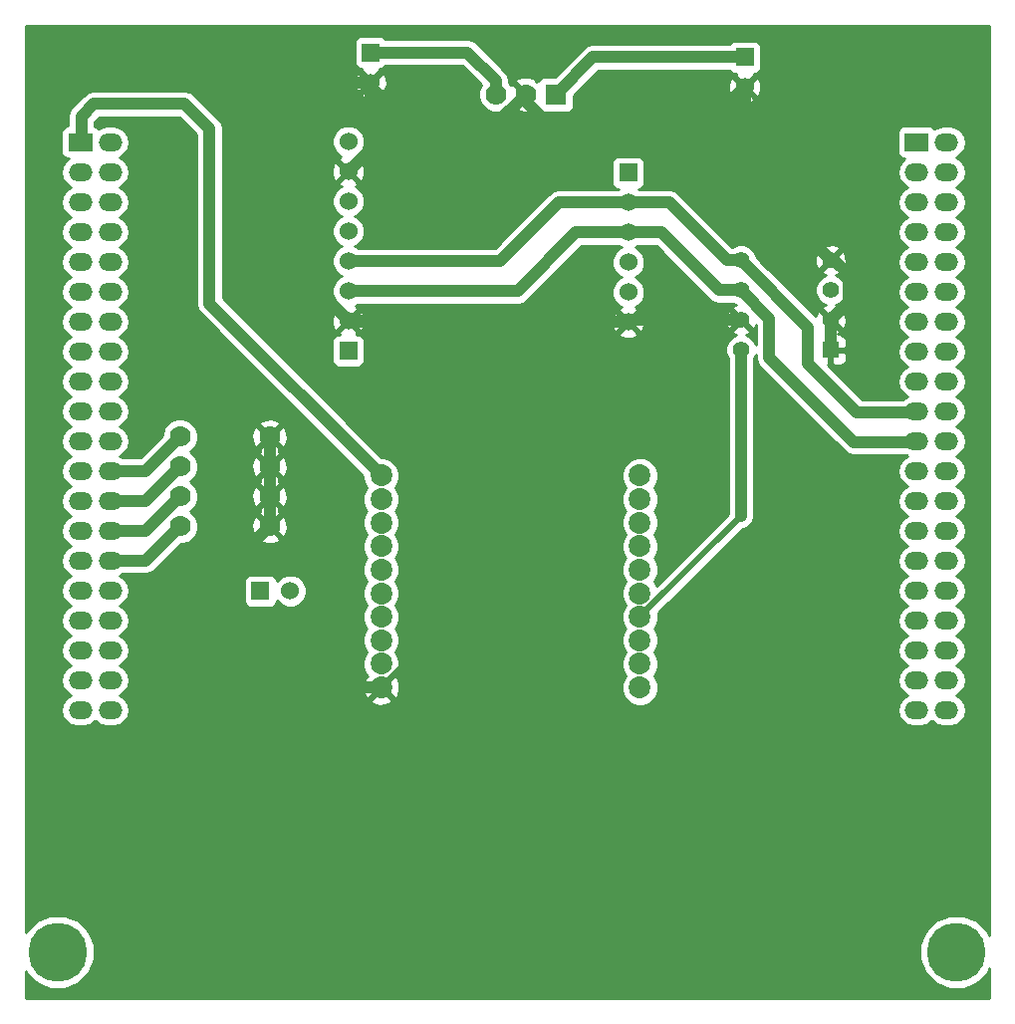
<source format=gtl>
G04 (created by PCBNEW (2013-07-07 BZR 4022)-stable) date 27/05/2015 02:52:30 p.m.*
%MOIN*%
G04 Gerber Fmt 3.4, Leading zero omitted, Abs format*
%FSLAX34Y34*%
G01*
G70*
G90*
G04 APERTURE LIST*
%ADD10C,0.00590551*%
%ADD11C,0.0732*%
%ADD12R,0.06X0.06*%
%ADD13C,0.06*%
%ADD14R,0.055X0.055*%
%ADD15C,0.055*%
%ADD16R,0.0787402X0.06*%
%ADD17O,0.0787402X0.06*%
%ADD18C,0.197*%
%ADD19C,0.07*%
%ADD20R,0.07X0.07*%
%ADD21C,0.0393701*%
%ADD22C,0.019685*%
%ADD23C,0.01*%
G04 APERTURE END LIST*
G54D10*
G54D11*
X93228Y-65590D03*
X93228Y-68740D03*
X93228Y-70314D03*
X93228Y-69527D03*
X93228Y-67165D03*
X93228Y-67952D03*
X93228Y-66377D03*
X93228Y-71889D03*
X93228Y-72677D03*
X93228Y-71102D03*
X84566Y-71102D03*
X84566Y-72677D03*
X84566Y-71889D03*
X84566Y-66377D03*
X84566Y-67952D03*
X84566Y-67165D03*
X84566Y-69527D03*
X84566Y-70314D03*
X84566Y-68740D03*
X84566Y-65590D03*
G54D12*
X83464Y-61413D03*
G54D13*
X83464Y-60413D03*
X83464Y-59413D03*
X83464Y-58413D03*
X83464Y-57413D03*
X83464Y-56413D03*
X83464Y-55413D03*
X83464Y-54413D03*
G54D12*
X80523Y-69448D03*
G54D13*
X81523Y-69448D03*
G54D12*
X84212Y-51429D03*
G54D13*
X84212Y-52429D03*
G54D12*
X96732Y-51586D03*
G54D13*
X96732Y-52586D03*
G54D14*
X99610Y-61381D03*
G54D15*
X99610Y-60381D03*
X99610Y-59381D03*
X99610Y-58381D03*
X96610Y-58381D03*
X96610Y-59381D03*
X96610Y-60381D03*
X96610Y-61381D03*
G54D16*
X74500Y-54437D03*
G54D17*
X75500Y-54437D03*
X74500Y-59437D03*
X75500Y-55437D03*
X74500Y-60437D03*
X75500Y-56437D03*
X74500Y-61437D03*
X75500Y-57437D03*
X74500Y-62437D03*
X75500Y-58437D03*
X74500Y-63437D03*
X75500Y-59437D03*
X74500Y-64437D03*
X75500Y-60437D03*
X74500Y-65437D03*
X75500Y-61437D03*
X74500Y-66437D03*
X75500Y-62437D03*
X74500Y-67437D03*
X75500Y-63437D03*
X74500Y-68437D03*
X75500Y-64437D03*
X74500Y-69437D03*
X75500Y-65437D03*
X75500Y-66437D03*
X74500Y-70437D03*
X75500Y-67437D03*
X75500Y-69437D03*
X75500Y-70437D03*
X75500Y-71437D03*
X75500Y-72437D03*
X74500Y-71437D03*
X74500Y-72437D03*
X74500Y-55437D03*
X74500Y-56437D03*
X74500Y-57437D03*
X74500Y-58437D03*
X74500Y-73437D03*
X75500Y-73437D03*
X75500Y-68437D03*
G54D16*
X102492Y-54437D03*
G54D17*
X103492Y-54437D03*
X102492Y-59437D03*
X103492Y-55437D03*
X102492Y-60437D03*
X103492Y-56437D03*
X102492Y-61437D03*
X103492Y-57437D03*
X102492Y-62437D03*
X103492Y-58437D03*
X102492Y-63437D03*
X103492Y-59437D03*
X102492Y-64437D03*
X103492Y-60437D03*
X102492Y-65437D03*
X103492Y-61437D03*
X102492Y-66437D03*
X103492Y-62437D03*
X102492Y-67437D03*
X103492Y-63437D03*
X102492Y-68437D03*
X103492Y-64437D03*
X102492Y-69437D03*
X103492Y-65437D03*
X103492Y-66437D03*
X102492Y-70437D03*
X103492Y-67437D03*
X103492Y-69437D03*
X103492Y-70437D03*
X103492Y-71437D03*
X103492Y-72437D03*
X102492Y-71437D03*
X102492Y-72437D03*
X102492Y-55437D03*
X102492Y-56437D03*
X102492Y-57437D03*
X102492Y-58437D03*
X102492Y-73437D03*
X103492Y-73437D03*
X103492Y-68437D03*
G54D18*
X73740Y-81535D03*
X103818Y-81535D03*
G54D19*
X80830Y-67287D03*
X80830Y-66287D03*
X80830Y-65287D03*
X80830Y-64287D03*
X77830Y-64287D03*
X77830Y-65287D03*
X77830Y-66287D03*
X77830Y-67287D03*
X88409Y-52834D03*
X89409Y-52834D03*
G54D20*
X90409Y-52834D03*
G54D12*
X92834Y-55452D03*
G54D13*
X92834Y-56452D03*
X92834Y-57452D03*
X92834Y-58452D03*
X92834Y-59452D03*
X92834Y-60452D03*
G54D21*
X96610Y-61381D02*
X96610Y-66932D01*
G54D22*
X96610Y-66932D02*
X93228Y-70314D01*
G54D21*
X74539Y-54476D02*
X74539Y-53570D01*
X78818Y-59842D02*
X84566Y-65590D01*
X78818Y-53976D02*
X78818Y-59842D01*
X77992Y-53149D02*
X78818Y-53976D01*
X74960Y-53149D02*
X77992Y-53149D01*
X74539Y-53570D02*
X74960Y-53149D01*
X96610Y-60381D02*
X92905Y-60381D01*
X92905Y-60381D02*
X92834Y-60452D01*
X92834Y-60452D02*
X83503Y-60452D01*
X83503Y-60452D02*
X83464Y-60413D01*
X99610Y-58381D02*
X99720Y-58381D01*
X100196Y-59795D02*
X99610Y-60381D01*
X100196Y-58858D02*
X100196Y-59795D01*
X99720Y-58381D02*
X100196Y-58858D01*
X99610Y-60381D02*
X99610Y-61381D01*
X84212Y-52429D02*
X84212Y-54665D01*
X84212Y-54665D02*
X83464Y-55413D01*
X80830Y-64287D02*
X80830Y-65287D01*
X80830Y-65287D02*
X80830Y-66287D01*
X80830Y-66287D02*
X80830Y-67287D01*
X80830Y-67287D02*
X79220Y-68897D01*
X79220Y-68897D02*
X79220Y-71448D01*
X79220Y-71448D02*
X80449Y-72677D01*
X80449Y-72677D02*
X84566Y-72677D01*
X83464Y-60413D02*
X85334Y-60413D01*
G54D22*
X86929Y-70315D02*
X84566Y-72677D01*
G54D21*
X86929Y-62007D02*
X86929Y-70315D01*
X85334Y-60413D02*
X86929Y-62007D01*
X84212Y-52429D02*
X83515Y-52429D01*
X83515Y-52429D02*
X82322Y-53622D01*
X96732Y-52586D02*
X96732Y-55503D01*
X84212Y-52429D02*
X84212Y-52874D01*
X88425Y-53818D02*
X89409Y-52834D01*
X85157Y-53818D02*
X88425Y-53818D01*
X84212Y-52874D02*
X85157Y-53818D01*
X89409Y-52834D02*
X89409Y-53070D01*
X89409Y-53070D02*
X90118Y-53779D01*
X90118Y-53779D02*
X95539Y-53779D01*
X95539Y-53779D02*
X96732Y-52586D01*
X82322Y-53622D02*
X82322Y-59271D01*
X82322Y-59271D02*
X83464Y-60413D01*
X96732Y-55503D02*
X99610Y-58381D01*
X96732Y-51586D02*
X91657Y-51586D01*
X91657Y-51586D02*
X90409Y-52834D01*
X75500Y-68437D02*
X76681Y-68437D01*
X76681Y-68437D02*
X77830Y-67287D01*
X75500Y-67437D02*
X76681Y-67437D01*
X76681Y-67437D02*
X77830Y-66287D01*
X75500Y-66437D02*
X76681Y-66437D01*
X76681Y-66437D02*
X77830Y-65287D01*
X75500Y-65437D02*
X76681Y-65437D01*
X76681Y-65437D02*
X77830Y-64287D01*
X88409Y-52834D02*
X88409Y-52385D01*
X87452Y-51429D02*
X84212Y-51429D01*
X88409Y-52385D02*
X87452Y-51429D01*
X96610Y-58381D02*
X96137Y-58381D01*
X94208Y-56452D02*
X92834Y-56452D01*
X96137Y-58381D02*
X94208Y-56452D01*
X92834Y-56452D02*
X90515Y-56452D01*
X90515Y-56452D02*
X88555Y-58413D01*
X88555Y-58413D02*
X83464Y-58413D01*
X102531Y-63476D02*
X100484Y-63476D01*
X98858Y-60629D02*
X96610Y-58381D01*
X98858Y-61850D02*
X98858Y-60629D01*
X100484Y-63476D02*
X98858Y-61850D01*
X96610Y-59381D02*
X95877Y-59381D01*
X93948Y-57452D02*
X92834Y-57452D01*
X95877Y-59381D02*
X93948Y-57452D01*
X92834Y-57452D02*
X91090Y-57452D01*
X91090Y-57452D02*
X89129Y-59413D01*
X89129Y-59413D02*
X83464Y-59413D01*
X102531Y-64476D02*
X100381Y-64476D01*
X97559Y-60330D02*
X96610Y-59381D01*
X97559Y-61653D02*
X97559Y-60330D01*
X100381Y-64476D02*
X97559Y-61653D01*
G54D10*
G36*
X104927Y-83076D02*
X85187Y-83076D01*
X85187Y-72775D01*
X85177Y-72530D01*
X85102Y-72350D01*
X85009Y-72317D01*
X85088Y-72238D01*
X85182Y-72012D01*
X85182Y-71767D01*
X85089Y-71541D01*
X85044Y-71496D01*
X85088Y-71451D01*
X85182Y-71225D01*
X85182Y-70980D01*
X85089Y-70754D01*
X85043Y-70708D01*
X85088Y-70663D01*
X85182Y-70437D01*
X85182Y-70192D01*
X85089Y-69966D01*
X85044Y-69921D01*
X85088Y-69876D01*
X85182Y-69650D01*
X85182Y-69405D01*
X85089Y-69179D01*
X85044Y-69134D01*
X85088Y-69089D01*
X85182Y-68863D01*
X85182Y-68618D01*
X85089Y-68392D01*
X85043Y-68346D01*
X85088Y-68301D01*
X85182Y-68075D01*
X85182Y-67830D01*
X85089Y-67604D01*
X85044Y-67559D01*
X85088Y-67514D01*
X85182Y-67288D01*
X85182Y-67043D01*
X85089Y-66817D01*
X85043Y-66771D01*
X85088Y-66726D01*
X85182Y-66500D01*
X85182Y-66255D01*
X85089Y-66029D01*
X85044Y-65984D01*
X85088Y-65939D01*
X85182Y-65713D01*
X85182Y-65468D01*
X85089Y-65242D01*
X84916Y-65068D01*
X84689Y-64974D01*
X84582Y-64974D01*
X84019Y-64411D01*
X84019Y-60495D01*
X84008Y-60276D01*
X83945Y-60125D01*
X83850Y-60098D01*
X83535Y-60413D01*
X83850Y-60728D01*
X83945Y-60701D01*
X84019Y-60495D01*
X84019Y-64411D01*
X84014Y-64406D01*
X84014Y-61663D01*
X84014Y-61063D01*
X83976Y-60971D01*
X83906Y-60901D01*
X83814Y-60863D01*
X83761Y-60863D01*
X83779Y-60799D01*
X83464Y-60484D01*
X83393Y-60554D01*
X83393Y-60413D01*
X83078Y-60098D01*
X82983Y-60125D01*
X82909Y-60331D01*
X82920Y-60550D01*
X82983Y-60701D01*
X83078Y-60728D01*
X83393Y-60413D01*
X83393Y-60554D01*
X83149Y-60799D01*
X83167Y-60863D01*
X83115Y-60863D01*
X83023Y-60901D01*
X82952Y-60971D01*
X82914Y-61063D01*
X82914Y-61162D01*
X82914Y-61762D01*
X82952Y-61854D01*
X83022Y-61925D01*
X83114Y-61963D01*
X83214Y-61963D01*
X83814Y-61963D01*
X83905Y-61925D01*
X83976Y-61855D01*
X84014Y-61763D01*
X84014Y-61663D01*
X84014Y-64406D01*
X79265Y-59657D01*
X79265Y-53976D01*
X79231Y-53805D01*
X79134Y-53660D01*
X79134Y-53660D01*
X78308Y-52833D01*
X78163Y-52736D01*
X77992Y-52702D01*
X74960Y-52702D01*
X74789Y-52736D01*
X74644Y-52833D01*
X74223Y-53254D01*
X74126Y-53399D01*
X74092Y-53570D01*
X74092Y-53886D01*
X74056Y-53886D01*
X73964Y-53924D01*
X73894Y-53995D01*
X73856Y-54087D01*
X73856Y-54186D01*
X73856Y-54786D01*
X73894Y-54878D01*
X73964Y-54948D01*
X74056Y-54986D01*
X74096Y-54986D01*
X74004Y-55048D01*
X73885Y-55226D01*
X73843Y-55437D01*
X73885Y-55647D01*
X74004Y-55825D01*
X74171Y-55937D01*
X74004Y-56048D01*
X73885Y-56226D01*
X73843Y-56437D01*
X73885Y-56647D01*
X74004Y-56825D01*
X74171Y-56937D01*
X74004Y-57048D01*
X73885Y-57226D01*
X73843Y-57437D01*
X73885Y-57647D01*
X74004Y-57825D01*
X74171Y-57937D01*
X74004Y-58048D01*
X73885Y-58226D01*
X73843Y-58437D01*
X73885Y-58647D01*
X74004Y-58825D01*
X74171Y-58937D01*
X74004Y-59048D01*
X73885Y-59226D01*
X73843Y-59437D01*
X73885Y-59647D01*
X74004Y-59825D01*
X74171Y-59937D01*
X74004Y-60048D01*
X73885Y-60226D01*
X73843Y-60437D01*
X73885Y-60647D01*
X74004Y-60825D01*
X74171Y-60937D01*
X74004Y-61048D01*
X73885Y-61226D01*
X73843Y-61437D01*
X73885Y-61647D01*
X74004Y-61825D01*
X74171Y-61937D01*
X74004Y-62048D01*
X73885Y-62226D01*
X73843Y-62437D01*
X73885Y-62647D01*
X74004Y-62825D01*
X74171Y-62937D01*
X74004Y-63048D01*
X73885Y-63226D01*
X73843Y-63437D01*
X73885Y-63647D01*
X74004Y-63825D01*
X74171Y-63937D01*
X74004Y-64048D01*
X73885Y-64226D01*
X73843Y-64437D01*
X73885Y-64647D01*
X74004Y-64825D01*
X74171Y-64937D01*
X74004Y-65048D01*
X73885Y-65226D01*
X73843Y-65437D01*
X73885Y-65647D01*
X74004Y-65825D01*
X74171Y-65937D01*
X74004Y-66048D01*
X73885Y-66226D01*
X73843Y-66437D01*
X73885Y-66647D01*
X74004Y-66825D01*
X74171Y-66937D01*
X74004Y-67048D01*
X73885Y-67226D01*
X73843Y-67437D01*
X73885Y-67647D01*
X74004Y-67825D01*
X74171Y-67937D01*
X74004Y-68048D01*
X73885Y-68226D01*
X73843Y-68437D01*
X73885Y-68647D01*
X74004Y-68825D01*
X74171Y-68937D01*
X74004Y-69048D01*
X73885Y-69226D01*
X73843Y-69437D01*
X73885Y-69647D01*
X74004Y-69825D01*
X74171Y-69937D01*
X74004Y-70048D01*
X73885Y-70226D01*
X73843Y-70437D01*
X73885Y-70647D01*
X74004Y-70825D01*
X74171Y-70937D01*
X74004Y-71048D01*
X73885Y-71226D01*
X73843Y-71437D01*
X73885Y-71647D01*
X74004Y-71825D01*
X74171Y-71937D01*
X74004Y-72048D01*
X73885Y-72226D01*
X73843Y-72437D01*
X73885Y-72647D01*
X74004Y-72825D01*
X74171Y-72937D01*
X74004Y-73048D01*
X73885Y-73226D01*
X73843Y-73437D01*
X73885Y-73647D01*
X74004Y-73825D01*
X74183Y-73945D01*
X74393Y-73987D01*
X74606Y-73987D01*
X74816Y-73945D01*
X74995Y-73825D01*
X75000Y-73818D01*
X75004Y-73825D01*
X75183Y-73945D01*
X75393Y-73987D01*
X75606Y-73987D01*
X75816Y-73945D01*
X75995Y-73825D01*
X76114Y-73647D01*
X76156Y-73437D01*
X76114Y-73226D01*
X75995Y-73048D01*
X75828Y-72937D01*
X75995Y-72825D01*
X76114Y-72647D01*
X76156Y-72437D01*
X76114Y-72226D01*
X75995Y-72048D01*
X75828Y-71937D01*
X75995Y-71825D01*
X76114Y-71647D01*
X76156Y-71437D01*
X76114Y-71226D01*
X75995Y-71048D01*
X75828Y-70937D01*
X75995Y-70825D01*
X76114Y-70647D01*
X76156Y-70437D01*
X76114Y-70226D01*
X75995Y-70048D01*
X75828Y-69937D01*
X75995Y-69825D01*
X76114Y-69647D01*
X76156Y-69437D01*
X76114Y-69226D01*
X75995Y-69048D01*
X75828Y-68937D01*
X75908Y-68883D01*
X76681Y-68883D01*
X76852Y-68849D01*
X76852Y-68849D01*
X76997Y-68752D01*
X77862Y-67887D01*
X77949Y-67887D01*
X78170Y-67796D01*
X78339Y-67627D01*
X78430Y-67407D01*
X78430Y-67168D01*
X78339Y-66947D01*
X78179Y-66787D01*
X78339Y-66627D01*
X78430Y-66407D01*
X78430Y-66168D01*
X78339Y-65947D01*
X78179Y-65787D01*
X78339Y-65627D01*
X78430Y-65407D01*
X78430Y-65168D01*
X78339Y-64947D01*
X78179Y-64787D01*
X78339Y-64627D01*
X78430Y-64407D01*
X78430Y-64168D01*
X78339Y-63947D01*
X78171Y-63779D01*
X77950Y-63687D01*
X77711Y-63687D01*
X77491Y-63778D01*
X77322Y-63947D01*
X77230Y-64167D01*
X77230Y-64255D01*
X76496Y-64990D01*
X75908Y-64990D01*
X75828Y-64937D01*
X75995Y-64825D01*
X76114Y-64647D01*
X76156Y-64437D01*
X76114Y-64226D01*
X75995Y-64048D01*
X75828Y-63937D01*
X75995Y-63825D01*
X76114Y-63647D01*
X76156Y-63437D01*
X76114Y-63226D01*
X75995Y-63048D01*
X75828Y-62937D01*
X75995Y-62825D01*
X76114Y-62647D01*
X76156Y-62437D01*
X76114Y-62226D01*
X75995Y-62048D01*
X75828Y-61937D01*
X75995Y-61825D01*
X76114Y-61647D01*
X76156Y-61437D01*
X76114Y-61226D01*
X75995Y-61048D01*
X75828Y-60937D01*
X75995Y-60825D01*
X76114Y-60647D01*
X76156Y-60437D01*
X76114Y-60226D01*
X75995Y-60048D01*
X75828Y-59937D01*
X75995Y-59825D01*
X76114Y-59647D01*
X76156Y-59437D01*
X76114Y-59226D01*
X75995Y-59048D01*
X75828Y-58937D01*
X75995Y-58825D01*
X76114Y-58647D01*
X76156Y-58437D01*
X76114Y-58226D01*
X75995Y-58048D01*
X75828Y-57937D01*
X75995Y-57825D01*
X76114Y-57647D01*
X76156Y-57437D01*
X76114Y-57226D01*
X75995Y-57048D01*
X75828Y-56937D01*
X75995Y-56825D01*
X76114Y-56647D01*
X76156Y-56437D01*
X76114Y-56226D01*
X75995Y-56048D01*
X75828Y-55937D01*
X75995Y-55825D01*
X76114Y-55647D01*
X76156Y-55437D01*
X76114Y-55226D01*
X75995Y-55048D01*
X75828Y-54937D01*
X75995Y-54825D01*
X76114Y-54647D01*
X76156Y-54437D01*
X76114Y-54226D01*
X75995Y-54048D01*
X75816Y-53928D01*
X75606Y-53887D01*
X75393Y-53887D01*
X75183Y-53928D01*
X75096Y-53986D01*
X75035Y-53925D01*
X74986Y-53904D01*
X74986Y-53755D01*
X75145Y-53596D01*
X77807Y-53596D01*
X78372Y-54161D01*
X78372Y-59842D01*
X78406Y-60013D01*
X78502Y-60158D01*
X83950Y-65606D01*
X83950Y-65712D01*
X84044Y-65939D01*
X84088Y-65983D01*
X84044Y-66028D01*
X83950Y-66254D01*
X83950Y-66499D01*
X84044Y-66726D01*
X84089Y-66771D01*
X84044Y-66816D01*
X83950Y-67042D01*
X83950Y-67287D01*
X84044Y-67514D01*
X84088Y-67558D01*
X84044Y-67603D01*
X83950Y-67829D01*
X83950Y-68074D01*
X84044Y-68301D01*
X84089Y-68346D01*
X84044Y-68391D01*
X83950Y-68617D01*
X83950Y-68862D01*
X84044Y-69089D01*
X84088Y-69133D01*
X84044Y-69178D01*
X83950Y-69404D01*
X83950Y-69649D01*
X84044Y-69876D01*
X84088Y-69920D01*
X84044Y-69965D01*
X83950Y-70191D01*
X83950Y-70436D01*
X84044Y-70663D01*
X84089Y-70708D01*
X84044Y-70753D01*
X83950Y-70979D01*
X83950Y-71224D01*
X84044Y-71451D01*
X84088Y-71495D01*
X84044Y-71540D01*
X83950Y-71766D01*
X83950Y-72011D01*
X84044Y-72238D01*
X84123Y-72317D01*
X84030Y-72350D01*
X83946Y-72580D01*
X83956Y-72824D01*
X84030Y-73005D01*
X84132Y-73040D01*
X84495Y-72677D01*
X84490Y-72671D01*
X84561Y-72601D01*
X84566Y-72606D01*
X84572Y-72601D01*
X84642Y-72671D01*
X84637Y-72677D01*
X85000Y-73040D01*
X85102Y-73005D01*
X85187Y-72775D01*
X85187Y-83076D01*
X84929Y-83076D01*
X84929Y-73111D01*
X84566Y-72748D01*
X84203Y-73111D01*
X84239Y-73213D01*
X84469Y-73297D01*
X84713Y-73288D01*
X84894Y-73213D01*
X84929Y-73111D01*
X84929Y-83076D01*
X82073Y-83076D01*
X82073Y-69339D01*
X81990Y-69137D01*
X81835Y-68982D01*
X81633Y-68898D01*
X81435Y-68898D01*
X81435Y-67381D01*
X81435Y-66381D01*
X81435Y-65381D01*
X81435Y-64381D01*
X81425Y-64142D01*
X81353Y-63969D01*
X81252Y-63935D01*
X81182Y-64006D01*
X81182Y-63865D01*
X81148Y-63764D01*
X80924Y-63682D01*
X80685Y-63693D01*
X80512Y-63764D01*
X80479Y-63865D01*
X80830Y-64216D01*
X81182Y-63865D01*
X81182Y-64006D01*
X80901Y-64287D01*
X81252Y-64638D01*
X81353Y-64605D01*
X81435Y-64381D01*
X81435Y-65381D01*
X81425Y-65142D01*
X81353Y-64969D01*
X81252Y-64935D01*
X81182Y-65006D01*
X81182Y-64865D01*
X81156Y-64787D01*
X81182Y-64709D01*
X80830Y-64358D01*
X80759Y-64428D01*
X80759Y-64287D01*
X80408Y-63935D01*
X80308Y-63969D01*
X80226Y-64193D01*
X80236Y-64432D01*
X80308Y-64605D01*
X80408Y-64638D01*
X80759Y-64287D01*
X80759Y-64428D01*
X80479Y-64709D01*
X80505Y-64787D01*
X80479Y-64865D01*
X80830Y-65216D01*
X81182Y-64865D01*
X81182Y-65006D01*
X80901Y-65287D01*
X81252Y-65638D01*
X81353Y-65605D01*
X81435Y-65381D01*
X81435Y-66381D01*
X81425Y-66142D01*
X81353Y-65969D01*
X81252Y-65935D01*
X81182Y-66006D01*
X81182Y-65865D01*
X81156Y-65787D01*
X81182Y-65709D01*
X80830Y-65358D01*
X80759Y-65428D01*
X80759Y-65287D01*
X80408Y-64935D01*
X80308Y-64969D01*
X80226Y-65193D01*
X80236Y-65432D01*
X80308Y-65605D01*
X80408Y-65638D01*
X80759Y-65287D01*
X80759Y-65428D01*
X80479Y-65709D01*
X80505Y-65787D01*
X80479Y-65865D01*
X80830Y-66216D01*
X81182Y-65865D01*
X81182Y-66006D01*
X80901Y-66287D01*
X81252Y-66638D01*
X81353Y-66605D01*
X81435Y-66381D01*
X81435Y-67381D01*
X81425Y-67142D01*
X81353Y-66969D01*
X81252Y-66935D01*
X81182Y-67006D01*
X81182Y-66865D01*
X81156Y-66787D01*
X81182Y-66709D01*
X80830Y-66358D01*
X80759Y-66428D01*
X80759Y-66287D01*
X80408Y-65935D01*
X80308Y-65969D01*
X80226Y-66193D01*
X80236Y-66432D01*
X80308Y-66605D01*
X80408Y-66638D01*
X80759Y-66287D01*
X80759Y-66428D01*
X80479Y-66709D01*
X80505Y-66787D01*
X80479Y-66865D01*
X80830Y-67216D01*
X81182Y-66865D01*
X81182Y-67006D01*
X80901Y-67287D01*
X81252Y-67638D01*
X81353Y-67605D01*
X81435Y-67381D01*
X81435Y-68898D01*
X81414Y-68898D01*
X81212Y-68982D01*
X81182Y-69012D01*
X81182Y-67709D01*
X80830Y-67358D01*
X80759Y-67428D01*
X80759Y-67287D01*
X80408Y-66935D01*
X80308Y-66969D01*
X80226Y-67193D01*
X80236Y-67432D01*
X80308Y-67605D01*
X80408Y-67638D01*
X80759Y-67287D01*
X80759Y-67428D01*
X80479Y-67709D01*
X80512Y-67810D01*
X80736Y-67891D01*
X80975Y-67881D01*
X81148Y-67810D01*
X81182Y-67709D01*
X81182Y-69012D01*
X81073Y-69120D01*
X81073Y-69099D01*
X81035Y-69007D01*
X80965Y-68937D01*
X80873Y-68898D01*
X80774Y-68898D01*
X80174Y-68898D01*
X80082Y-68936D01*
X80011Y-69007D01*
X79973Y-69098D01*
X79973Y-69198D01*
X79973Y-69798D01*
X80011Y-69890D01*
X80081Y-69960D01*
X80173Y-69998D01*
X80273Y-69998D01*
X80873Y-69998D01*
X80965Y-69960D01*
X81035Y-69890D01*
X81073Y-69798D01*
X81073Y-69776D01*
X81211Y-69914D01*
X81413Y-69998D01*
X81632Y-69998D01*
X81834Y-69915D01*
X81989Y-69760D01*
X82073Y-69558D01*
X82073Y-69339D01*
X82073Y-83076D01*
X72834Y-83076D01*
X72795Y-83076D01*
X72671Y-83076D01*
X72671Y-82182D01*
X72692Y-82234D01*
X73039Y-82581D01*
X73493Y-82770D01*
X73984Y-82770D01*
X74438Y-82583D01*
X74786Y-82235D01*
X74974Y-81782D01*
X74975Y-81290D01*
X74787Y-80836D01*
X74440Y-80489D01*
X73986Y-80300D01*
X73495Y-80300D01*
X73041Y-80487D01*
X72693Y-80834D01*
X72671Y-80889D01*
X72671Y-50545D01*
X72795Y-50545D01*
X72834Y-50545D01*
X104251Y-50545D01*
X104291Y-50545D01*
X104927Y-50545D01*
X104927Y-80983D01*
X104866Y-80836D01*
X104519Y-80489D01*
X104148Y-80335D01*
X104148Y-73437D01*
X104106Y-73226D01*
X103987Y-73048D01*
X103821Y-72937D01*
X103987Y-72825D01*
X104106Y-72647D01*
X104148Y-72437D01*
X104106Y-72226D01*
X103987Y-72048D01*
X103821Y-71937D01*
X103987Y-71825D01*
X104106Y-71647D01*
X104148Y-71437D01*
X104106Y-71226D01*
X103987Y-71048D01*
X103821Y-70937D01*
X103987Y-70825D01*
X104106Y-70647D01*
X104148Y-70437D01*
X104106Y-70226D01*
X103987Y-70048D01*
X103821Y-69937D01*
X103987Y-69825D01*
X104106Y-69647D01*
X104148Y-69437D01*
X104106Y-69226D01*
X103987Y-69048D01*
X103821Y-68937D01*
X103987Y-68825D01*
X104106Y-68647D01*
X104148Y-68437D01*
X104106Y-68226D01*
X103987Y-68048D01*
X103821Y-67937D01*
X103987Y-67825D01*
X104106Y-67647D01*
X104148Y-67437D01*
X104106Y-67226D01*
X103987Y-67048D01*
X103821Y-66937D01*
X103987Y-66825D01*
X104106Y-66647D01*
X104148Y-66437D01*
X104106Y-66226D01*
X103987Y-66048D01*
X103821Y-65937D01*
X103987Y-65825D01*
X104106Y-65647D01*
X104148Y-65437D01*
X104106Y-65226D01*
X103987Y-65048D01*
X103821Y-64937D01*
X103987Y-64825D01*
X104106Y-64647D01*
X104148Y-64437D01*
X104106Y-64226D01*
X103987Y-64048D01*
X103821Y-63937D01*
X103987Y-63825D01*
X104106Y-63647D01*
X104148Y-63437D01*
X104106Y-63226D01*
X103987Y-63048D01*
X103821Y-62937D01*
X103987Y-62825D01*
X104106Y-62647D01*
X104148Y-62437D01*
X104106Y-62226D01*
X103987Y-62048D01*
X103821Y-61937D01*
X103987Y-61825D01*
X104106Y-61647D01*
X104148Y-61437D01*
X104106Y-61226D01*
X103987Y-61048D01*
X103821Y-60937D01*
X103987Y-60825D01*
X104106Y-60647D01*
X104148Y-60437D01*
X104106Y-60226D01*
X103987Y-60048D01*
X103821Y-59937D01*
X103987Y-59825D01*
X104106Y-59647D01*
X104148Y-59437D01*
X104106Y-59226D01*
X103987Y-59048D01*
X103821Y-58937D01*
X103987Y-58825D01*
X104106Y-58647D01*
X104148Y-58437D01*
X104106Y-58226D01*
X103987Y-58048D01*
X103821Y-57937D01*
X103987Y-57825D01*
X104106Y-57647D01*
X104148Y-57437D01*
X104106Y-57226D01*
X103987Y-57048D01*
X103821Y-56937D01*
X103987Y-56825D01*
X104106Y-56647D01*
X104148Y-56437D01*
X104106Y-56226D01*
X103987Y-56048D01*
X103821Y-55937D01*
X103987Y-55825D01*
X104106Y-55647D01*
X104148Y-55437D01*
X104106Y-55226D01*
X103987Y-55048D01*
X103821Y-54937D01*
X103987Y-54825D01*
X104106Y-54647D01*
X104148Y-54437D01*
X104106Y-54226D01*
X103987Y-54048D01*
X103808Y-53928D01*
X103598Y-53887D01*
X103385Y-53887D01*
X103175Y-53928D01*
X103088Y-53986D01*
X103027Y-53925D01*
X102935Y-53887D01*
X102836Y-53886D01*
X102048Y-53886D01*
X101956Y-53924D01*
X101886Y-53995D01*
X101848Y-54087D01*
X101848Y-54186D01*
X101848Y-54786D01*
X101886Y-54878D01*
X101956Y-54948D01*
X102048Y-54986D01*
X102088Y-54986D01*
X101996Y-55048D01*
X101877Y-55226D01*
X101835Y-55437D01*
X101877Y-55647D01*
X101996Y-55825D01*
X102163Y-55937D01*
X101996Y-56048D01*
X101877Y-56226D01*
X101835Y-56437D01*
X101877Y-56647D01*
X101996Y-56825D01*
X102163Y-56937D01*
X101996Y-57048D01*
X101877Y-57226D01*
X101835Y-57437D01*
X101877Y-57647D01*
X101996Y-57825D01*
X102163Y-57937D01*
X101996Y-58048D01*
X101877Y-58226D01*
X101835Y-58437D01*
X101877Y-58647D01*
X101996Y-58825D01*
X102163Y-58937D01*
X101996Y-59048D01*
X101877Y-59226D01*
X101835Y-59437D01*
X101877Y-59647D01*
X101996Y-59825D01*
X102163Y-59937D01*
X101996Y-60048D01*
X101877Y-60226D01*
X101835Y-60437D01*
X101877Y-60647D01*
X101996Y-60825D01*
X102163Y-60937D01*
X101996Y-61048D01*
X101877Y-61226D01*
X101835Y-61437D01*
X101877Y-61647D01*
X101996Y-61825D01*
X102163Y-61937D01*
X101996Y-62048D01*
X101877Y-62226D01*
X101835Y-62437D01*
X101877Y-62647D01*
X101996Y-62825D01*
X102163Y-62937D01*
X102024Y-63029D01*
X100669Y-63029D01*
X100140Y-62500D01*
X100140Y-60457D01*
X100140Y-58457D01*
X100128Y-58249D01*
X100070Y-58109D01*
X99978Y-58084D01*
X99907Y-58155D01*
X99907Y-58014D01*
X99883Y-57921D01*
X99686Y-57851D01*
X99477Y-57863D01*
X99337Y-57921D01*
X99313Y-58014D01*
X99610Y-58311D01*
X99907Y-58014D01*
X99907Y-58155D01*
X99680Y-58381D01*
X99978Y-58678D01*
X100070Y-58654D01*
X100140Y-58457D01*
X100140Y-60457D01*
X100135Y-60369D01*
X100135Y-59277D01*
X100055Y-59084D01*
X99908Y-58937D01*
X99781Y-58884D01*
X99883Y-58842D01*
X99907Y-58749D01*
X99610Y-58452D01*
X99539Y-58523D01*
X99539Y-58381D01*
X99242Y-58084D01*
X99149Y-58109D01*
X99080Y-58306D01*
X99091Y-58514D01*
X99149Y-58654D01*
X99242Y-58678D01*
X99539Y-58381D01*
X99539Y-58523D01*
X99313Y-58749D01*
X99337Y-58842D01*
X99447Y-58881D01*
X99313Y-58936D01*
X99165Y-59084D01*
X99085Y-59277D01*
X99085Y-59485D01*
X99164Y-59678D01*
X99312Y-59826D01*
X99439Y-59879D01*
X99337Y-59921D01*
X99313Y-60014D01*
X99610Y-60311D01*
X99907Y-60014D01*
X99883Y-59921D01*
X99773Y-59882D01*
X99907Y-59827D01*
X100055Y-59679D01*
X100135Y-59486D01*
X100135Y-59277D01*
X100135Y-60369D01*
X100128Y-60249D01*
X100070Y-60109D01*
X99978Y-60084D01*
X99680Y-60381D01*
X99978Y-60678D01*
X100070Y-60654D01*
X100140Y-60457D01*
X100140Y-62500D01*
X100135Y-62495D01*
X100135Y-61706D01*
X100135Y-61494D01*
X100072Y-61431D01*
X99660Y-61431D01*
X99660Y-61844D01*
X99722Y-61906D01*
X99835Y-61906D01*
X99935Y-61906D01*
X100027Y-61868D01*
X100097Y-61798D01*
X100135Y-61706D01*
X100135Y-62495D01*
X99522Y-61882D01*
X99560Y-61844D01*
X99560Y-61431D01*
X99552Y-61431D01*
X99552Y-61331D01*
X99560Y-61331D01*
X99560Y-61324D01*
X99660Y-61324D01*
X99660Y-61331D01*
X100072Y-61331D01*
X100135Y-61269D01*
X100135Y-61057D01*
X100097Y-60965D01*
X100027Y-60895D01*
X99935Y-60856D01*
X99848Y-60856D01*
X99883Y-60842D01*
X99907Y-60749D01*
X99610Y-60452D01*
X99604Y-60458D01*
X99533Y-60387D01*
X99539Y-60381D01*
X99242Y-60084D01*
X99149Y-60109D01*
X99102Y-60242D01*
X97287Y-58426D01*
X97287Y-52668D01*
X97282Y-52573D01*
X97282Y-51837D01*
X97282Y-51237D01*
X97244Y-51145D01*
X97174Y-51074D01*
X97082Y-51036D01*
X96982Y-51036D01*
X96382Y-51036D01*
X96290Y-51074D01*
X96225Y-51139D01*
X91657Y-51139D01*
X91486Y-51173D01*
X91341Y-51270D01*
X91341Y-51270D01*
X91341Y-51270D01*
X90377Y-52234D01*
X90009Y-52234D01*
X89918Y-52272D01*
X89847Y-52342D01*
X89828Y-52389D01*
X89805Y-52367D01*
X89760Y-52412D01*
X89727Y-52311D01*
X89503Y-52230D01*
X89264Y-52240D01*
X89091Y-52311D01*
X89058Y-52412D01*
X89409Y-52763D01*
X89415Y-52758D01*
X89485Y-52829D01*
X89480Y-52834D01*
X89485Y-52840D01*
X89415Y-52910D01*
X89409Y-52905D01*
X89338Y-52976D01*
X89338Y-52834D01*
X88987Y-52483D01*
X88922Y-52504D01*
X88918Y-52495D01*
X88856Y-52433D01*
X88856Y-52385D01*
X88856Y-52385D01*
X88822Y-52214D01*
X88725Y-52069D01*
X88725Y-52069D01*
X87768Y-51113D01*
X87623Y-51016D01*
X87452Y-50982D01*
X84719Y-50982D01*
X84654Y-50917D01*
X84562Y-50879D01*
X84463Y-50879D01*
X83863Y-50879D01*
X83771Y-50917D01*
X83700Y-50987D01*
X83662Y-51079D01*
X83662Y-51178D01*
X83662Y-51778D01*
X83700Y-51870D01*
X83770Y-51940D01*
X83862Y-51979D01*
X83915Y-51979D01*
X83897Y-52043D01*
X84212Y-52358D01*
X84527Y-52043D01*
X84509Y-51979D01*
X84562Y-51979D01*
X84654Y-51941D01*
X84719Y-51875D01*
X87267Y-51875D01*
X87896Y-52504D01*
X87809Y-52714D01*
X87809Y-52953D01*
X87900Y-53174D01*
X88069Y-53343D01*
X88289Y-53434D01*
X88528Y-53434D01*
X88748Y-53343D01*
X88917Y-53174D01*
X88922Y-53164D01*
X88987Y-53186D01*
X89338Y-52834D01*
X89338Y-52976D01*
X89058Y-53256D01*
X89091Y-53357D01*
X89315Y-53439D01*
X89554Y-53429D01*
X89727Y-53357D01*
X89760Y-53256D01*
X89760Y-53256D01*
X89805Y-53301D01*
X89828Y-53279D01*
X89847Y-53326D01*
X89917Y-53396D01*
X90009Y-53434D01*
X90108Y-53434D01*
X90808Y-53434D01*
X90900Y-53396D01*
X90971Y-53326D01*
X91009Y-53234D01*
X91009Y-53135D01*
X91009Y-52866D01*
X91842Y-52033D01*
X96225Y-52033D01*
X96290Y-52098D01*
X96382Y-52136D01*
X96435Y-52136D01*
X96417Y-52200D01*
X96732Y-52515D01*
X97047Y-52200D01*
X97029Y-52136D01*
X97081Y-52136D01*
X97173Y-52098D01*
X97244Y-52028D01*
X97282Y-51936D01*
X97282Y-51837D01*
X97282Y-52573D01*
X97276Y-52449D01*
X97213Y-52298D01*
X97118Y-52271D01*
X96802Y-52586D01*
X97118Y-52901D01*
X97213Y-52874D01*
X97287Y-52668D01*
X97287Y-58426D01*
X97133Y-58273D01*
X97055Y-58084D01*
X97047Y-58076D01*
X97047Y-52972D01*
X96732Y-52657D01*
X96661Y-52728D01*
X96661Y-52586D01*
X96346Y-52271D01*
X96251Y-52298D01*
X96177Y-52504D01*
X96188Y-52723D01*
X96251Y-52874D01*
X96346Y-52901D01*
X96661Y-52586D01*
X96661Y-52728D01*
X96417Y-52972D01*
X96444Y-53067D01*
X96650Y-53141D01*
X96869Y-53130D01*
X97020Y-53067D01*
X97047Y-52972D01*
X97047Y-58076D01*
X96908Y-57937D01*
X96715Y-57856D01*
X96506Y-57856D01*
X96321Y-57933D01*
X94524Y-56136D01*
X94379Y-56039D01*
X94208Y-56005D01*
X93165Y-56005D01*
X93162Y-56002D01*
X93184Y-56002D01*
X93276Y-55964D01*
X93346Y-55894D01*
X93384Y-55802D01*
X93384Y-55703D01*
X93384Y-55103D01*
X93346Y-55011D01*
X93276Y-54940D01*
X93184Y-54902D01*
X93085Y-54902D01*
X92485Y-54902D01*
X92393Y-54940D01*
X92322Y-55010D01*
X92284Y-55102D01*
X92284Y-55202D01*
X92284Y-55802D01*
X92322Y-55894D01*
X92392Y-55964D01*
X92484Y-56002D01*
X92506Y-56002D01*
X92503Y-56005D01*
X90515Y-56005D01*
X90344Y-56039D01*
X90199Y-56136D01*
X89760Y-56575D01*
X88370Y-57966D01*
X84767Y-57966D01*
X84767Y-52510D01*
X84756Y-52292D01*
X84693Y-52141D01*
X84598Y-52113D01*
X84283Y-52429D01*
X84598Y-52744D01*
X84693Y-52716D01*
X84767Y-52510D01*
X84767Y-57966D01*
X84527Y-57966D01*
X84527Y-52815D01*
X84212Y-52499D01*
X84141Y-52570D01*
X84141Y-52429D01*
X83826Y-52113D01*
X83731Y-52141D01*
X83657Y-52347D01*
X83668Y-52565D01*
X83731Y-52716D01*
X83826Y-52744D01*
X84141Y-52429D01*
X84141Y-52570D01*
X83897Y-52815D01*
X83924Y-52910D01*
X84130Y-52983D01*
X84349Y-52972D01*
X84500Y-52910D01*
X84527Y-52815D01*
X84527Y-57966D01*
X84019Y-57966D01*
X84019Y-55495D01*
X84014Y-55401D01*
X84014Y-54304D01*
X83931Y-54102D01*
X83776Y-53947D01*
X83574Y-53863D01*
X83355Y-53863D01*
X83153Y-53946D01*
X82998Y-54101D01*
X82914Y-54303D01*
X82914Y-54522D01*
X82998Y-54724D01*
X83152Y-54879D01*
X83228Y-54910D01*
X83176Y-54932D01*
X83149Y-55027D01*
X83464Y-55342D01*
X83779Y-55027D01*
X83752Y-54932D01*
X83697Y-54912D01*
X83775Y-54879D01*
X83930Y-54725D01*
X84014Y-54523D01*
X84014Y-54304D01*
X84014Y-55401D01*
X84008Y-55276D01*
X83945Y-55125D01*
X83850Y-55098D01*
X83535Y-55413D01*
X83850Y-55728D01*
X83945Y-55701D01*
X84019Y-55495D01*
X84019Y-57966D01*
X83795Y-57966D01*
X83776Y-57947D01*
X83694Y-57913D01*
X83775Y-57879D01*
X83930Y-57725D01*
X84014Y-57523D01*
X84014Y-57304D01*
X83931Y-57102D01*
X83776Y-56947D01*
X83694Y-56913D01*
X83775Y-56879D01*
X83930Y-56725D01*
X84014Y-56523D01*
X84014Y-56304D01*
X83931Y-56102D01*
X83776Y-55947D01*
X83700Y-55915D01*
X83752Y-55894D01*
X83779Y-55799D01*
X83464Y-55484D01*
X83393Y-55554D01*
X83393Y-55413D01*
X83078Y-55098D01*
X82983Y-55125D01*
X82909Y-55331D01*
X82920Y-55550D01*
X82983Y-55701D01*
X83078Y-55728D01*
X83393Y-55413D01*
X83393Y-55554D01*
X83149Y-55799D01*
X83176Y-55894D01*
X83232Y-55914D01*
X83153Y-55946D01*
X82998Y-56101D01*
X82914Y-56303D01*
X82914Y-56522D01*
X82998Y-56724D01*
X83152Y-56879D01*
X83234Y-56913D01*
X83153Y-56946D01*
X82998Y-57101D01*
X82914Y-57303D01*
X82914Y-57522D01*
X82998Y-57724D01*
X83152Y-57879D01*
X83234Y-57913D01*
X83153Y-57946D01*
X82998Y-58101D01*
X82914Y-58303D01*
X82914Y-58522D01*
X82998Y-58724D01*
X83152Y-58879D01*
X83234Y-58913D01*
X83153Y-58946D01*
X82998Y-59101D01*
X82914Y-59303D01*
X82914Y-59522D01*
X82998Y-59724D01*
X83152Y-59879D01*
X83228Y-59910D01*
X83176Y-59932D01*
X83149Y-60027D01*
X83464Y-60342D01*
X83779Y-60027D01*
X83752Y-59932D01*
X83697Y-59912D01*
X83775Y-59879D01*
X83795Y-59860D01*
X89129Y-59860D01*
X89300Y-59826D01*
X89300Y-59826D01*
X89445Y-59729D01*
X91275Y-57899D01*
X92503Y-57899D01*
X92522Y-57918D01*
X92604Y-57952D01*
X92523Y-57986D01*
X92368Y-58140D01*
X92284Y-58342D01*
X92284Y-58561D01*
X92368Y-58763D01*
X92522Y-58918D01*
X92604Y-58952D01*
X92523Y-58986D01*
X92368Y-59140D01*
X92284Y-59342D01*
X92284Y-59561D01*
X92368Y-59763D01*
X92522Y-59918D01*
X92598Y-59950D01*
X92546Y-59971D01*
X92519Y-60066D01*
X92834Y-60382D01*
X93149Y-60066D01*
X93122Y-59971D01*
X93067Y-59951D01*
X93145Y-59919D01*
X93300Y-59764D01*
X93384Y-59562D01*
X93384Y-59343D01*
X93301Y-59141D01*
X93146Y-58986D01*
X93064Y-58952D01*
X93145Y-58919D01*
X93300Y-58764D01*
X93384Y-58562D01*
X93384Y-58343D01*
X93301Y-58141D01*
X93146Y-57986D01*
X93064Y-57952D01*
X93145Y-57919D01*
X93165Y-57899D01*
X93763Y-57899D01*
X95561Y-59697D01*
X95561Y-59697D01*
X95706Y-59794D01*
X95877Y-59828D01*
X96317Y-59828D01*
X96439Y-59879D01*
X96337Y-59921D01*
X96313Y-60014D01*
X96610Y-60311D01*
X96615Y-60305D01*
X96686Y-60376D01*
X96680Y-60381D01*
X96978Y-60678D01*
X97070Y-60654D01*
X97112Y-60537D01*
X97112Y-61221D01*
X97055Y-61084D01*
X96908Y-60937D01*
X96781Y-60884D01*
X96883Y-60842D01*
X96907Y-60749D01*
X96610Y-60452D01*
X96539Y-60523D01*
X96539Y-60381D01*
X96242Y-60084D01*
X96149Y-60109D01*
X96080Y-60306D01*
X96091Y-60514D01*
X96149Y-60654D01*
X96242Y-60678D01*
X96539Y-60381D01*
X96539Y-60523D01*
X96313Y-60749D01*
X96337Y-60842D01*
X96447Y-60881D01*
X96313Y-60936D01*
X96165Y-61084D01*
X96085Y-61277D01*
X96085Y-61485D01*
X96163Y-61675D01*
X96163Y-66887D01*
X93786Y-69264D01*
X93751Y-69179D01*
X93706Y-69134D01*
X93750Y-69089D01*
X93844Y-68863D01*
X93844Y-68618D01*
X93751Y-68392D01*
X93705Y-68346D01*
X93750Y-68301D01*
X93844Y-68075D01*
X93844Y-67830D01*
X93751Y-67604D01*
X93706Y-67559D01*
X93750Y-67514D01*
X93844Y-67288D01*
X93844Y-67043D01*
X93751Y-66817D01*
X93705Y-66771D01*
X93750Y-66726D01*
X93844Y-66500D01*
X93844Y-66255D01*
X93751Y-66029D01*
X93706Y-65984D01*
X93750Y-65939D01*
X93844Y-65713D01*
X93844Y-65468D01*
X93751Y-65242D01*
X93578Y-65068D01*
X93389Y-64990D01*
X93389Y-60534D01*
X93378Y-60315D01*
X93315Y-60164D01*
X93220Y-60137D01*
X92905Y-60452D01*
X93220Y-60767D01*
X93315Y-60740D01*
X93389Y-60534D01*
X93389Y-64990D01*
X93351Y-64974D01*
X93149Y-64974D01*
X93149Y-60838D01*
X92834Y-60523D01*
X92763Y-60594D01*
X92763Y-60452D01*
X92448Y-60137D01*
X92353Y-60164D01*
X92279Y-60370D01*
X92290Y-60589D01*
X92353Y-60740D01*
X92448Y-60767D01*
X92763Y-60452D01*
X92763Y-60594D01*
X92519Y-60838D01*
X92546Y-60934D01*
X92752Y-61007D01*
X92971Y-60996D01*
X93122Y-60934D01*
X93149Y-60838D01*
X93149Y-64974D01*
X93106Y-64974D01*
X92880Y-65068D01*
X92706Y-65241D01*
X92612Y-65467D01*
X92612Y-65712D01*
X92706Y-65939D01*
X92750Y-65983D01*
X92706Y-66028D01*
X92612Y-66254D01*
X92612Y-66499D01*
X92706Y-66726D01*
X92751Y-66771D01*
X92706Y-66816D01*
X92612Y-67042D01*
X92612Y-67287D01*
X92706Y-67514D01*
X92750Y-67558D01*
X92706Y-67603D01*
X92612Y-67829D01*
X92612Y-68074D01*
X92706Y-68301D01*
X92751Y-68346D01*
X92706Y-68391D01*
X92612Y-68617D01*
X92612Y-68862D01*
X92706Y-69089D01*
X92750Y-69133D01*
X92706Y-69178D01*
X92612Y-69404D01*
X92612Y-69649D01*
X92706Y-69876D01*
X92750Y-69920D01*
X92706Y-69965D01*
X92612Y-70191D01*
X92612Y-70436D01*
X92706Y-70663D01*
X92751Y-70708D01*
X92706Y-70753D01*
X92612Y-70979D01*
X92612Y-71224D01*
X92706Y-71451D01*
X92750Y-71495D01*
X92706Y-71540D01*
X92612Y-71766D01*
X92612Y-72011D01*
X92706Y-72238D01*
X92751Y-72283D01*
X92706Y-72328D01*
X92612Y-72554D01*
X92612Y-72799D01*
X92706Y-73026D01*
X92879Y-73199D01*
X93105Y-73293D01*
X93350Y-73293D01*
X93577Y-73200D01*
X93750Y-73026D01*
X93844Y-72800D01*
X93844Y-72555D01*
X93751Y-72329D01*
X93705Y-72283D01*
X93750Y-72238D01*
X93844Y-72012D01*
X93844Y-71767D01*
X93751Y-71541D01*
X93706Y-71496D01*
X93750Y-71451D01*
X93844Y-71225D01*
X93844Y-70980D01*
X93751Y-70754D01*
X93705Y-70708D01*
X93750Y-70663D01*
X93844Y-70437D01*
X93844Y-70192D01*
X93844Y-70191D01*
X96667Y-67368D01*
X96781Y-67345D01*
X96926Y-67248D01*
X97023Y-67103D01*
X97057Y-66932D01*
X97057Y-61674D01*
X97112Y-61542D01*
X97112Y-61653D01*
X97146Y-61824D01*
X97243Y-61969D01*
X100065Y-64792D01*
X100210Y-64889D01*
X100210Y-64889D01*
X100381Y-64923D01*
X102142Y-64923D01*
X102163Y-64937D01*
X101996Y-65048D01*
X101877Y-65226D01*
X101835Y-65437D01*
X101877Y-65647D01*
X101996Y-65825D01*
X102163Y-65937D01*
X101996Y-66048D01*
X101877Y-66226D01*
X101835Y-66437D01*
X101877Y-66647D01*
X101996Y-66825D01*
X102163Y-66937D01*
X101996Y-67048D01*
X101877Y-67226D01*
X101835Y-67437D01*
X101877Y-67647D01*
X101996Y-67825D01*
X102163Y-67937D01*
X101996Y-68048D01*
X101877Y-68226D01*
X101835Y-68437D01*
X101877Y-68647D01*
X101996Y-68825D01*
X102163Y-68937D01*
X101996Y-69048D01*
X101877Y-69226D01*
X101835Y-69437D01*
X101877Y-69647D01*
X101996Y-69825D01*
X102163Y-69937D01*
X101996Y-70048D01*
X101877Y-70226D01*
X101835Y-70437D01*
X101877Y-70647D01*
X101996Y-70825D01*
X102163Y-70937D01*
X101996Y-71048D01*
X101877Y-71226D01*
X101835Y-71437D01*
X101877Y-71647D01*
X101996Y-71825D01*
X102163Y-71937D01*
X101996Y-72048D01*
X101877Y-72226D01*
X101835Y-72437D01*
X101877Y-72647D01*
X101996Y-72825D01*
X102163Y-72937D01*
X101996Y-73048D01*
X101877Y-73226D01*
X101835Y-73437D01*
X101877Y-73647D01*
X101996Y-73825D01*
X102175Y-73945D01*
X102385Y-73987D01*
X102598Y-73987D01*
X102808Y-73945D01*
X102987Y-73825D01*
X102992Y-73818D01*
X102996Y-73825D01*
X103175Y-73945D01*
X103385Y-73987D01*
X103598Y-73987D01*
X103808Y-73945D01*
X103987Y-73825D01*
X104106Y-73647D01*
X104148Y-73437D01*
X104148Y-80335D01*
X104065Y-80300D01*
X103574Y-80300D01*
X103120Y-80487D01*
X102772Y-80834D01*
X102584Y-81288D01*
X102583Y-81780D01*
X102771Y-82234D01*
X103118Y-82581D01*
X103572Y-82770D01*
X104063Y-82770D01*
X104517Y-82583D01*
X104865Y-82235D01*
X104927Y-82086D01*
X104927Y-83076D01*
X104927Y-83076D01*
G37*
G54D23*
X104927Y-83076D02*
X85187Y-83076D01*
X85187Y-72775D01*
X85177Y-72530D01*
X85102Y-72350D01*
X85009Y-72317D01*
X85088Y-72238D01*
X85182Y-72012D01*
X85182Y-71767D01*
X85089Y-71541D01*
X85044Y-71496D01*
X85088Y-71451D01*
X85182Y-71225D01*
X85182Y-70980D01*
X85089Y-70754D01*
X85043Y-70708D01*
X85088Y-70663D01*
X85182Y-70437D01*
X85182Y-70192D01*
X85089Y-69966D01*
X85044Y-69921D01*
X85088Y-69876D01*
X85182Y-69650D01*
X85182Y-69405D01*
X85089Y-69179D01*
X85044Y-69134D01*
X85088Y-69089D01*
X85182Y-68863D01*
X85182Y-68618D01*
X85089Y-68392D01*
X85043Y-68346D01*
X85088Y-68301D01*
X85182Y-68075D01*
X85182Y-67830D01*
X85089Y-67604D01*
X85044Y-67559D01*
X85088Y-67514D01*
X85182Y-67288D01*
X85182Y-67043D01*
X85089Y-66817D01*
X85043Y-66771D01*
X85088Y-66726D01*
X85182Y-66500D01*
X85182Y-66255D01*
X85089Y-66029D01*
X85044Y-65984D01*
X85088Y-65939D01*
X85182Y-65713D01*
X85182Y-65468D01*
X85089Y-65242D01*
X84916Y-65068D01*
X84689Y-64974D01*
X84582Y-64974D01*
X84019Y-64411D01*
X84019Y-60495D01*
X84008Y-60276D01*
X83945Y-60125D01*
X83850Y-60098D01*
X83535Y-60413D01*
X83850Y-60728D01*
X83945Y-60701D01*
X84019Y-60495D01*
X84019Y-64411D01*
X84014Y-64406D01*
X84014Y-61663D01*
X84014Y-61063D01*
X83976Y-60971D01*
X83906Y-60901D01*
X83814Y-60863D01*
X83761Y-60863D01*
X83779Y-60799D01*
X83464Y-60484D01*
X83393Y-60554D01*
X83393Y-60413D01*
X83078Y-60098D01*
X82983Y-60125D01*
X82909Y-60331D01*
X82920Y-60550D01*
X82983Y-60701D01*
X83078Y-60728D01*
X83393Y-60413D01*
X83393Y-60554D01*
X83149Y-60799D01*
X83167Y-60863D01*
X83115Y-60863D01*
X83023Y-60901D01*
X82952Y-60971D01*
X82914Y-61063D01*
X82914Y-61162D01*
X82914Y-61762D01*
X82952Y-61854D01*
X83022Y-61925D01*
X83114Y-61963D01*
X83214Y-61963D01*
X83814Y-61963D01*
X83905Y-61925D01*
X83976Y-61855D01*
X84014Y-61763D01*
X84014Y-61663D01*
X84014Y-64406D01*
X79265Y-59657D01*
X79265Y-53976D01*
X79231Y-53805D01*
X79134Y-53660D01*
X79134Y-53660D01*
X78308Y-52833D01*
X78163Y-52736D01*
X77992Y-52702D01*
X74960Y-52702D01*
X74789Y-52736D01*
X74644Y-52833D01*
X74223Y-53254D01*
X74126Y-53399D01*
X74092Y-53570D01*
X74092Y-53886D01*
X74056Y-53886D01*
X73964Y-53924D01*
X73894Y-53995D01*
X73856Y-54087D01*
X73856Y-54186D01*
X73856Y-54786D01*
X73894Y-54878D01*
X73964Y-54948D01*
X74056Y-54986D01*
X74096Y-54986D01*
X74004Y-55048D01*
X73885Y-55226D01*
X73843Y-55437D01*
X73885Y-55647D01*
X74004Y-55825D01*
X74171Y-55937D01*
X74004Y-56048D01*
X73885Y-56226D01*
X73843Y-56437D01*
X73885Y-56647D01*
X74004Y-56825D01*
X74171Y-56937D01*
X74004Y-57048D01*
X73885Y-57226D01*
X73843Y-57437D01*
X73885Y-57647D01*
X74004Y-57825D01*
X74171Y-57937D01*
X74004Y-58048D01*
X73885Y-58226D01*
X73843Y-58437D01*
X73885Y-58647D01*
X74004Y-58825D01*
X74171Y-58937D01*
X74004Y-59048D01*
X73885Y-59226D01*
X73843Y-59437D01*
X73885Y-59647D01*
X74004Y-59825D01*
X74171Y-59937D01*
X74004Y-60048D01*
X73885Y-60226D01*
X73843Y-60437D01*
X73885Y-60647D01*
X74004Y-60825D01*
X74171Y-60937D01*
X74004Y-61048D01*
X73885Y-61226D01*
X73843Y-61437D01*
X73885Y-61647D01*
X74004Y-61825D01*
X74171Y-61937D01*
X74004Y-62048D01*
X73885Y-62226D01*
X73843Y-62437D01*
X73885Y-62647D01*
X74004Y-62825D01*
X74171Y-62937D01*
X74004Y-63048D01*
X73885Y-63226D01*
X73843Y-63437D01*
X73885Y-63647D01*
X74004Y-63825D01*
X74171Y-63937D01*
X74004Y-64048D01*
X73885Y-64226D01*
X73843Y-64437D01*
X73885Y-64647D01*
X74004Y-64825D01*
X74171Y-64937D01*
X74004Y-65048D01*
X73885Y-65226D01*
X73843Y-65437D01*
X73885Y-65647D01*
X74004Y-65825D01*
X74171Y-65937D01*
X74004Y-66048D01*
X73885Y-66226D01*
X73843Y-66437D01*
X73885Y-66647D01*
X74004Y-66825D01*
X74171Y-66937D01*
X74004Y-67048D01*
X73885Y-67226D01*
X73843Y-67437D01*
X73885Y-67647D01*
X74004Y-67825D01*
X74171Y-67937D01*
X74004Y-68048D01*
X73885Y-68226D01*
X73843Y-68437D01*
X73885Y-68647D01*
X74004Y-68825D01*
X74171Y-68937D01*
X74004Y-69048D01*
X73885Y-69226D01*
X73843Y-69437D01*
X73885Y-69647D01*
X74004Y-69825D01*
X74171Y-69937D01*
X74004Y-70048D01*
X73885Y-70226D01*
X73843Y-70437D01*
X73885Y-70647D01*
X74004Y-70825D01*
X74171Y-70937D01*
X74004Y-71048D01*
X73885Y-71226D01*
X73843Y-71437D01*
X73885Y-71647D01*
X74004Y-71825D01*
X74171Y-71937D01*
X74004Y-72048D01*
X73885Y-72226D01*
X73843Y-72437D01*
X73885Y-72647D01*
X74004Y-72825D01*
X74171Y-72937D01*
X74004Y-73048D01*
X73885Y-73226D01*
X73843Y-73437D01*
X73885Y-73647D01*
X74004Y-73825D01*
X74183Y-73945D01*
X74393Y-73987D01*
X74606Y-73987D01*
X74816Y-73945D01*
X74995Y-73825D01*
X75000Y-73818D01*
X75004Y-73825D01*
X75183Y-73945D01*
X75393Y-73987D01*
X75606Y-73987D01*
X75816Y-73945D01*
X75995Y-73825D01*
X76114Y-73647D01*
X76156Y-73437D01*
X76114Y-73226D01*
X75995Y-73048D01*
X75828Y-72937D01*
X75995Y-72825D01*
X76114Y-72647D01*
X76156Y-72437D01*
X76114Y-72226D01*
X75995Y-72048D01*
X75828Y-71937D01*
X75995Y-71825D01*
X76114Y-71647D01*
X76156Y-71437D01*
X76114Y-71226D01*
X75995Y-71048D01*
X75828Y-70937D01*
X75995Y-70825D01*
X76114Y-70647D01*
X76156Y-70437D01*
X76114Y-70226D01*
X75995Y-70048D01*
X75828Y-69937D01*
X75995Y-69825D01*
X76114Y-69647D01*
X76156Y-69437D01*
X76114Y-69226D01*
X75995Y-69048D01*
X75828Y-68937D01*
X75908Y-68883D01*
X76681Y-68883D01*
X76852Y-68849D01*
X76852Y-68849D01*
X76997Y-68752D01*
X77862Y-67887D01*
X77949Y-67887D01*
X78170Y-67796D01*
X78339Y-67627D01*
X78430Y-67407D01*
X78430Y-67168D01*
X78339Y-66947D01*
X78179Y-66787D01*
X78339Y-66627D01*
X78430Y-66407D01*
X78430Y-66168D01*
X78339Y-65947D01*
X78179Y-65787D01*
X78339Y-65627D01*
X78430Y-65407D01*
X78430Y-65168D01*
X78339Y-64947D01*
X78179Y-64787D01*
X78339Y-64627D01*
X78430Y-64407D01*
X78430Y-64168D01*
X78339Y-63947D01*
X78171Y-63779D01*
X77950Y-63687D01*
X77711Y-63687D01*
X77491Y-63778D01*
X77322Y-63947D01*
X77230Y-64167D01*
X77230Y-64255D01*
X76496Y-64990D01*
X75908Y-64990D01*
X75828Y-64937D01*
X75995Y-64825D01*
X76114Y-64647D01*
X76156Y-64437D01*
X76114Y-64226D01*
X75995Y-64048D01*
X75828Y-63937D01*
X75995Y-63825D01*
X76114Y-63647D01*
X76156Y-63437D01*
X76114Y-63226D01*
X75995Y-63048D01*
X75828Y-62937D01*
X75995Y-62825D01*
X76114Y-62647D01*
X76156Y-62437D01*
X76114Y-62226D01*
X75995Y-62048D01*
X75828Y-61937D01*
X75995Y-61825D01*
X76114Y-61647D01*
X76156Y-61437D01*
X76114Y-61226D01*
X75995Y-61048D01*
X75828Y-60937D01*
X75995Y-60825D01*
X76114Y-60647D01*
X76156Y-60437D01*
X76114Y-60226D01*
X75995Y-60048D01*
X75828Y-59937D01*
X75995Y-59825D01*
X76114Y-59647D01*
X76156Y-59437D01*
X76114Y-59226D01*
X75995Y-59048D01*
X75828Y-58937D01*
X75995Y-58825D01*
X76114Y-58647D01*
X76156Y-58437D01*
X76114Y-58226D01*
X75995Y-58048D01*
X75828Y-57937D01*
X75995Y-57825D01*
X76114Y-57647D01*
X76156Y-57437D01*
X76114Y-57226D01*
X75995Y-57048D01*
X75828Y-56937D01*
X75995Y-56825D01*
X76114Y-56647D01*
X76156Y-56437D01*
X76114Y-56226D01*
X75995Y-56048D01*
X75828Y-55937D01*
X75995Y-55825D01*
X76114Y-55647D01*
X76156Y-55437D01*
X76114Y-55226D01*
X75995Y-55048D01*
X75828Y-54937D01*
X75995Y-54825D01*
X76114Y-54647D01*
X76156Y-54437D01*
X76114Y-54226D01*
X75995Y-54048D01*
X75816Y-53928D01*
X75606Y-53887D01*
X75393Y-53887D01*
X75183Y-53928D01*
X75096Y-53986D01*
X75035Y-53925D01*
X74986Y-53904D01*
X74986Y-53755D01*
X75145Y-53596D01*
X77807Y-53596D01*
X78372Y-54161D01*
X78372Y-59842D01*
X78406Y-60013D01*
X78502Y-60158D01*
X83950Y-65606D01*
X83950Y-65712D01*
X84044Y-65939D01*
X84088Y-65983D01*
X84044Y-66028D01*
X83950Y-66254D01*
X83950Y-66499D01*
X84044Y-66726D01*
X84089Y-66771D01*
X84044Y-66816D01*
X83950Y-67042D01*
X83950Y-67287D01*
X84044Y-67514D01*
X84088Y-67558D01*
X84044Y-67603D01*
X83950Y-67829D01*
X83950Y-68074D01*
X84044Y-68301D01*
X84089Y-68346D01*
X84044Y-68391D01*
X83950Y-68617D01*
X83950Y-68862D01*
X84044Y-69089D01*
X84088Y-69133D01*
X84044Y-69178D01*
X83950Y-69404D01*
X83950Y-69649D01*
X84044Y-69876D01*
X84088Y-69920D01*
X84044Y-69965D01*
X83950Y-70191D01*
X83950Y-70436D01*
X84044Y-70663D01*
X84089Y-70708D01*
X84044Y-70753D01*
X83950Y-70979D01*
X83950Y-71224D01*
X84044Y-71451D01*
X84088Y-71495D01*
X84044Y-71540D01*
X83950Y-71766D01*
X83950Y-72011D01*
X84044Y-72238D01*
X84123Y-72317D01*
X84030Y-72350D01*
X83946Y-72580D01*
X83956Y-72824D01*
X84030Y-73005D01*
X84132Y-73040D01*
X84495Y-72677D01*
X84490Y-72671D01*
X84561Y-72601D01*
X84566Y-72606D01*
X84572Y-72601D01*
X84642Y-72671D01*
X84637Y-72677D01*
X85000Y-73040D01*
X85102Y-73005D01*
X85187Y-72775D01*
X85187Y-83076D01*
X84929Y-83076D01*
X84929Y-73111D01*
X84566Y-72748D01*
X84203Y-73111D01*
X84239Y-73213D01*
X84469Y-73297D01*
X84713Y-73288D01*
X84894Y-73213D01*
X84929Y-73111D01*
X84929Y-83076D01*
X82073Y-83076D01*
X82073Y-69339D01*
X81990Y-69137D01*
X81835Y-68982D01*
X81633Y-68898D01*
X81435Y-68898D01*
X81435Y-67381D01*
X81435Y-66381D01*
X81435Y-65381D01*
X81435Y-64381D01*
X81425Y-64142D01*
X81353Y-63969D01*
X81252Y-63935D01*
X81182Y-64006D01*
X81182Y-63865D01*
X81148Y-63764D01*
X80924Y-63682D01*
X80685Y-63693D01*
X80512Y-63764D01*
X80479Y-63865D01*
X80830Y-64216D01*
X81182Y-63865D01*
X81182Y-64006D01*
X80901Y-64287D01*
X81252Y-64638D01*
X81353Y-64605D01*
X81435Y-64381D01*
X81435Y-65381D01*
X81425Y-65142D01*
X81353Y-64969D01*
X81252Y-64935D01*
X81182Y-65006D01*
X81182Y-64865D01*
X81156Y-64787D01*
X81182Y-64709D01*
X80830Y-64358D01*
X80759Y-64428D01*
X80759Y-64287D01*
X80408Y-63935D01*
X80308Y-63969D01*
X80226Y-64193D01*
X80236Y-64432D01*
X80308Y-64605D01*
X80408Y-64638D01*
X80759Y-64287D01*
X80759Y-64428D01*
X80479Y-64709D01*
X80505Y-64787D01*
X80479Y-64865D01*
X80830Y-65216D01*
X81182Y-64865D01*
X81182Y-65006D01*
X80901Y-65287D01*
X81252Y-65638D01*
X81353Y-65605D01*
X81435Y-65381D01*
X81435Y-66381D01*
X81425Y-66142D01*
X81353Y-65969D01*
X81252Y-65935D01*
X81182Y-66006D01*
X81182Y-65865D01*
X81156Y-65787D01*
X81182Y-65709D01*
X80830Y-65358D01*
X80759Y-65428D01*
X80759Y-65287D01*
X80408Y-64935D01*
X80308Y-64969D01*
X80226Y-65193D01*
X80236Y-65432D01*
X80308Y-65605D01*
X80408Y-65638D01*
X80759Y-65287D01*
X80759Y-65428D01*
X80479Y-65709D01*
X80505Y-65787D01*
X80479Y-65865D01*
X80830Y-66216D01*
X81182Y-65865D01*
X81182Y-66006D01*
X80901Y-66287D01*
X81252Y-66638D01*
X81353Y-66605D01*
X81435Y-66381D01*
X81435Y-67381D01*
X81425Y-67142D01*
X81353Y-66969D01*
X81252Y-66935D01*
X81182Y-67006D01*
X81182Y-66865D01*
X81156Y-66787D01*
X81182Y-66709D01*
X80830Y-66358D01*
X80759Y-66428D01*
X80759Y-66287D01*
X80408Y-65935D01*
X80308Y-65969D01*
X80226Y-66193D01*
X80236Y-66432D01*
X80308Y-66605D01*
X80408Y-66638D01*
X80759Y-66287D01*
X80759Y-66428D01*
X80479Y-66709D01*
X80505Y-66787D01*
X80479Y-66865D01*
X80830Y-67216D01*
X81182Y-66865D01*
X81182Y-67006D01*
X80901Y-67287D01*
X81252Y-67638D01*
X81353Y-67605D01*
X81435Y-67381D01*
X81435Y-68898D01*
X81414Y-68898D01*
X81212Y-68982D01*
X81182Y-69012D01*
X81182Y-67709D01*
X80830Y-67358D01*
X80759Y-67428D01*
X80759Y-67287D01*
X80408Y-66935D01*
X80308Y-66969D01*
X80226Y-67193D01*
X80236Y-67432D01*
X80308Y-67605D01*
X80408Y-67638D01*
X80759Y-67287D01*
X80759Y-67428D01*
X80479Y-67709D01*
X80512Y-67810D01*
X80736Y-67891D01*
X80975Y-67881D01*
X81148Y-67810D01*
X81182Y-67709D01*
X81182Y-69012D01*
X81073Y-69120D01*
X81073Y-69099D01*
X81035Y-69007D01*
X80965Y-68937D01*
X80873Y-68898D01*
X80774Y-68898D01*
X80174Y-68898D01*
X80082Y-68936D01*
X80011Y-69007D01*
X79973Y-69098D01*
X79973Y-69198D01*
X79973Y-69798D01*
X80011Y-69890D01*
X80081Y-69960D01*
X80173Y-69998D01*
X80273Y-69998D01*
X80873Y-69998D01*
X80965Y-69960D01*
X81035Y-69890D01*
X81073Y-69798D01*
X81073Y-69776D01*
X81211Y-69914D01*
X81413Y-69998D01*
X81632Y-69998D01*
X81834Y-69915D01*
X81989Y-69760D01*
X82073Y-69558D01*
X82073Y-69339D01*
X82073Y-83076D01*
X72834Y-83076D01*
X72795Y-83076D01*
X72671Y-83076D01*
X72671Y-82182D01*
X72692Y-82234D01*
X73039Y-82581D01*
X73493Y-82770D01*
X73984Y-82770D01*
X74438Y-82583D01*
X74786Y-82235D01*
X74974Y-81782D01*
X74975Y-81290D01*
X74787Y-80836D01*
X74440Y-80489D01*
X73986Y-80300D01*
X73495Y-80300D01*
X73041Y-80487D01*
X72693Y-80834D01*
X72671Y-80889D01*
X72671Y-50545D01*
X72795Y-50545D01*
X72834Y-50545D01*
X104251Y-50545D01*
X104291Y-50545D01*
X104927Y-50545D01*
X104927Y-80983D01*
X104866Y-80836D01*
X104519Y-80489D01*
X104148Y-80335D01*
X104148Y-73437D01*
X104106Y-73226D01*
X103987Y-73048D01*
X103821Y-72937D01*
X103987Y-72825D01*
X104106Y-72647D01*
X104148Y-72437D01*
X104106Y-72226D01*
X103987Y-72048D01*
X103821Y-71937D01*
X103987Y-71825D01*
X104106Y-71647D01*
X104148Y-71437D01*
X104106Y-71226D01*
X103987Y-71048D01*
X103821Y-70937D01*
X103987Y-70825D01*
X104106Y-70647D01*
X104148Y-70437D01*
X104106Y-70226D01*
X103987Y-70048D01*
X103821Y-69937D01*
X103987Y-69825D01*
X104106Y-69647D01*
X104148Y-69437D01*
X104106Y-69226D01*
X103987Y-69048D01*
X103821Y-68937D01*
X103987Y-68825D01*
X104106Y-68647D01*
X104148Y-68437D01*
X104106Y-68226D01*
X103987Y-68048D01*
X103821Y-67937D01*
X103987Y-67825D01*
X104106Y-67647D01*
X104148Y-67437D01*
X104106Y-67226D01*
X103987Y-67048D01*
X103821Y-66937D01*
X103987Y-66825D01*
X104106Y-66647D01*
X104148Y-66437D01*
X104106Y-66226D01*
X103987Y-66048D01*
X103821Y-65937D01*
X103987Y-65825D01*
X104106Y-65647D01*
X104148Y-65437D01*
X104106Y-65226D01*
X103987Y-65048D01*
X103821Y-64937D01*
X103987Y-64825D01*
X104106Y-64647D01*
X104148Y-64437D01*
X104106Y-64226D01*
X103987Y-64048D01*
X103821Y-63937D01*
X103987Y-63825D01*
X104106Y-63647D01*
X104148Y-63437D01*
X104106Y-63226D01*
X103987Y-63048D01*
X103821Y-62937D01*
X103987Y-62825D01*
X104106Y-62647D01*
X104148Y-62437D01*
X104106Y-62226D01*
X103987Y-62048D01*
X103821Y-61937D01*
X103987Y-61825D01*
X104106Y-61647D01*
X104148Y-61437D01*
X104106Y-61226D01*
X103987Y-61048D01*
X103821Y-60937D01*
X103987Y-60825D01*
X104106Y-60647D01*
X104148Y-60437D01*
X104106Y-60226D01*
X103987Y-60048D01*
X103821Y-59937D01*
X103987Y-59825D01*
X104106Y-59647D01*
X104148Y-59437D01*
X104106Y-59226D01*
X103987Y-59048D01*
X103821Y-58937D01*
X103987Y-58825D01*
X104106Y-58647D01*
X104148Y-58437D01*
X104106Y-58226D01*
X103987Y-58048D01*
X103821Y-57937D01*
X103987Y-57825D01*
X104106Y-57647D01*
X104148Y-57437D01*
X104106Y-57226D01*
X103987Y-57048D01*
X103821Y-56937D01*
X103987Y-56825D01*
X104106Y-56647D01*
X104148Y-56437D01*
X104106Y-56226D01*
X103987Y-56048D01*
X103821Y-55937D01*
X103987Y-55825D01*
X104106Y-55647D01*
X104148Y-55437D01*
X104106Y-55226D01*
X103987Y-55048D01*
X103821Y-54937D01*
X103987Y-54825D01*
X104106Y-54647D01*
X104148Y-54437D01*
X104106Y-54226D01*
X103987Y-54048D01*
X103808Y-53928D01*
X103598Y-53887D01*
X103385Y-53887D01*
X103175Y-53928D01*
X103088Y-53986D01*
X103027Y-53925D01*
X102935Y-53887D01*
X102836Y-53886D01*
X102048Y-53886D01*
X101956Y-53924D01*
X101886Y-53995D01*
X101848Y-54087D01*
X101848Y-54186D01*
X101848Y-54786D01*
X101886Y-54878D01*
X101956Y-54948D01*
X102048Y-54986D01*
X102088Y-54986D01*
X101996Y-55048D01*
X101877Y-55226D01*
X101835Y-55437D01*
X101877Y-55647D01*
X101996Y-55825D01*
X102163Y-55937D01*
X101996Y-56048D01*
X101877Y-56226D01*
X101835Y-56437D01*
X101877Y-56647D01*
X101996Y-56825D01*
X102163Y-56937D01*
X101996Y-57048D01*
X101877Y-57226D01*
X101835Y-57437D01*
X101877Y-57647D01*
X101996Y-57825D01*
X102163Y-57937D01*
X101996Y-58048D01*
X101877Y-58226D01*
X101835Y-58437D01*
X101877Y-58647D01*
X101996Y-58825D01*
X102163Y-58937D01*
X101996Y-59048D01*
X101877Y-59226D01*
X101835Y-59437D01*
X101877Y-59647D01*
X101996Y-59825D01*
X102163Y-59937D01*
X101996Y-60048D01*
X101877Y-60226D01*
X101835Y-60437D01*
X101877Y-60647D01*
X101996Y-60825D01*
X102163Y-60937D01*
X101996Y-61048D01*
X101877Y-61226D01*
X101835Y-61437D01*
X101877Y-61647D01*
X101996Y-61825D01*
X102163Y-61937D01*
X101996Y-62048D01*
X101877Y-62226D01*
X101835Y-62437D01*
X101877Y-62647D01*
X101996Y-62825D01*
X102163Y-62937D01*
X102024Y-63029D01*
X100669Y-63029D01*
X100140Y-62500D01*
X100140Y-60457D01*
X100140Y-58457D01*
X100128Y-58249D01*
X100070Y-58109D01*
X99978Y-58084D01*
X99907Y-58155D01*
X99907Y-58014D01*
X99883Y-57921D01*
X99686Y-57851D01*
X99477Y-57863D01*
X99337Y-57921D01*
X99313Y-58014D01*
X99610Y-58311D01*
X99907Y-58014D01*
X99907Y-58155D01*
X99680Y-58381D01*
X99978Y-58678D01*
X100070Y-58654D01*
X100140Y-58457D01*
X100140Y-60457D01*
X100135Y-60369D01*
X100135Y-59277D01*
X100055Y-59084D01*
X99908Y-58937D01*
X99781Y-58884D01*
X99883Y-58842D01*
X99907Y-58749D01*
X99610Y-58452D01*
X99539Y-58523D01*
X99539Y-58381D01*
X99242Y-58084D01*
X99149Y-58109D01*
X99080Y-58306D01*
X99091Y-58514D01*
X99149Y-58654D01*
X99242Y-58678D01*
X99539Y-58381D01*
X99539Y-58523D01*
X99313Y-58749D01*
X99337Y-58842D01*
X99447Y-58881D01*
X99313Y-58936D01*
X99165Y-59084D01*
X99085Y-59277D01*
X99085Y-59485D01*
X99164Y-59678D01*
X99312Y-59826D01*
X99439Y-59879D01*
X99337Y-59921D01*
X99313Y-60014D01*
X99610Y-60311D01*
X99907Y-60014D01*
X99883Y-59921D01*
X99773Y-59882D01*
X99907Y-59827D01*
X100055Y-59679D01*
X100135Y-59486D01*
X100135Y-59277D01*
X100135Y-60369D01*
X100128Y-60249D01*
X100070Y-60109D01*
X99978Y-60084D01*
X99680Y-60381D01*
X99978Y-60678D01*
X100070Y-60654D01*
X100140Y-60457D01*
X100140Y-62500D01*
X100135Y-62495D01*
X100135Y-61706D01*
X100135Y-61494D01*
X100072Y-61431D01*
X99660Y-61431D01*
X99660Y-61844D01*
X99722Y-61906D01*
X99835Y-61906D01*
X99935Y-61906D01*
X100027Y-61868D01*
X100097Y-61798D01*
X100135Y-61706D01*
X100135Y-62495D01*
X99522Y-61882D01*
X99560Y-61844D01*
X99560Y-61431D01*
X99552Y-61431D01*
X99552Y-61331D01*
X99560Y-61331D01*
X99560Y-61324D01*
X99660Y-61324D01*
X99660Y-61331D01*
X100072Y-61331D01*
X100135Y-61269D01*
X100135Y-61057D01*
X100097Y-60965D01*
X100027Y-60895D01*
X99935Y-60856D01*
X99848Y-60856D01*
X99883Y-60842D01*
X99907Y-60749D01*
X99610Y-60452D01*
X99604Y-60458D01*
X99533Y-60387D01*
X99539Y-60381D01*
X99242Y-60084D01*
X99149Y-60109D01*
X99102Y-60242D01*
X97287Y-58426D01*
X97287Y-52668D01*
X97282Y-52573D01*
X97282Y-51837D01*
X97282Y-51237D01*
X97244Y-51145D01*
X97174Y-51074D01*
X97082Y-51036D01*
X96982Y-51036D01*
X96382Y-51036D01*
X96290Y-51074D01*
X96225Y-51139D01*
X91657Y-51139D01*
X91486Y-51173D01*
X91341Y-51270D01*
X91341Y-51270D01*
X91341Y-51270D01*
X90377Y-52234D01*
X90009Y-52234D01*
X89918Y-52272D01*
X89847Y-52342D01*
X89828Y-52389D01*
X89805Y-52367D01*
X89760Y-52412D01*
X89727Y-52311D01*
X89503Y-52230D01*
X89264Y-52240D01*
X89091Y-52311D01*
X89058Y-52412D01*
X89409Y-52763D01*
X89415Y-52758D01*
X89485Y-52829D01*
X89480Y-52834D01*
X89485Y-52840D01*
X89415Y-52910D01*
X89409Y-52905D01*
X89338Y-52976D01*
X89338Y-52834D01*
X88987Y-52483D01*
X88922Y-52504D01*
X88918Y-52495D01*
X88856Y-52433D01*
X88856Y-52385D01*
X88856Y-52385D01*
X88822Y-52214D01*
X88725Y-52069D01*
X88725Y-52069D01*
X87768Y-51113D01*
X87623Y-51016D01*
X87452Y-50982D01*
X84719Y-50982D01*
X84654Y-50917D01*
X84562Y-50879D01*
X84463Y-50879D01*
X83863Y-50879D01*
X83771Y-50917D01*
X83700Y-50987D01*
X83662Y-51079D01*
X83662Y-51178D01*
X83662Y-51778D01*
X83700Y-51870D01*
X83770Y-51940D01*
X83862Y-51979D01*
X83915Y-51979D01*
X83897Y-52043D01*
X84212Y-52358D01*
X84527Y-52043D01*
X84509Y-51979D01*
X84562Y-51979D01*
X84654Y-51941D01*
X84719Y-51875D01*
X87267Y-51875D01*
X87896Y-52504D01*
X87809Y-52714D01*
X87809Y-52953D01*
X87900Y-53174D01*
X88069Y-53343D01*
X88289Y-53434D01*
X88528Y-53434D01*
X88748Y-53343D01*
X88917Y-53174D01*
X88922Y-53164D01*
X88987Y-53186D01*
X89338Y-52834D01*
X89338Y-52976D01*
X89058Y-53256D01*
X89091Y-53357D01*
X89315Y-53439D01*
X89554Y-53429D01*
X89727Y-53357D01*
X89760Y-53256D01*
X89760Y-53256D01*
X89805Y-53301D01*
X89828Y-53279D01*
X89847Y-53326D01*
X89917Y-53396D01*
X90009Y-53434D01*
X90108Y-53434D01*
X90808Y-53434D01*
X90900Y-53396D01*
X90971Y-53326D01*
X91009Y-53234D01*
X91009Y-53135D01*
X91009Y-52866D01*
X91842Y-52033D01*
X96225Y-52033D01*
X96290Y-52098D01*
X96382Y-52136D01*
X96435Y-52136D01*
X96417Y-52200D01*
X96732Y-52515D01*
X97047Y-52200D01*
X97029Y-52136D01*
X97081Y-52136D01*
X97173Y-52098D01*
X97244Y-52028D01*
X97282Y-51936D01*
X97282Y-51837D01*
X97282Y-52573D01*
X97276Y-52449D01*
X97213Y-52298D01*
X97118Y-52271D01*
X96802Y-52586D01*
X97118Y-52901D01*
X97213Y-52874D01*
X97287Y-52668D01*
X97287Y-58426D01*
X97133Y-58273D01*
X97055Y-58084D01*
X97047Y-58076D01*
X97047Y-52972D01*
X96732Y-52657D01*
X96661Y-52728D01*
X96661Y-52586D01*
X96346Y-52271D01*
X96251Y-52298D01*
X96177Y-52504D01*
X96188Y-52723D01*
X96251Y-52874D01*
X96346Y-52901D01*
X96661Y-52586D01*
X96661Y-52728D01*
X96417Y-52972D01*
X96444Y-53067D01*
X96650Y-53141D01*
X96869Y-53130D01*
X97020Y-53067D01*
X97047Y-52972D01*
X97047Y-58076D01*
X96908Y-57937D01*
X96715Y-57856D01*
X96506Y-57856D01*
X96321Y-57933D01*
X94524Y-56136D01*
X94379Y-56039D01*
X94208Y-56005D01*
X93165Y-56005D01*
X93162Y-56002D01*
X93184Y-56002D01*
X93276Y-55964D01*
X93346Y-55894D01*
X93384Y-55802D01*
X93384Y-55703D01*
X93384Y-55103D01*
X93346Y-55011D01*
X93276Y-54940D01*
X93184Y-54902D01*
X93085Y-54902D01*
X92485Y-54902D01*
X92393Y-54940D01*
X92322Y-55010D01*
X92284Y-55102D01*
X92284Y-55202D01*
X92284Y-55802D01*
X92322Y-55894D01*
X92392Y-55964D01*
X92484Y-56002D01*
X92506Y-56002D01*
X92503Y-56005D01*
X90515Y-56005D01*
X90344Y-56039D01*
X90199Y-56136D01*
X89760Y-56575D01*
X88370Y-57966D01*
X84767Y-57966D01*
X84767Y-52510D01*
X84756Y-52292D01*
X84693Y-52141D01*
X84598Y-52113D01*
X84283Y-52429D01*
X84598Y-52744D01*
X84693Y-52716D01*
X84767Y-52510D01*
X84767Y-57966D01*
X84527Y-57966D01*
X84527Y-52815D01*
X84212Y-52499D01*
X84141Y-52570D01*
X84141Y-52429D01*
X83826Y-52113D01*
X83731Y-52141D01*
X83657Y-52347D01*
X83668Y-52565D01*
X83731Y-52716D01*
X83826Y-52744D01*
X84141Y-52429D01*
X84141Y-52570D01*
X83897Y-52815D01*
X83924Y-52910D01*
X84130Y-52983D01*
X84349Y-52972D01*
X84500Y-52910D01*
X84527Y-52815D01*
X84527Y-57966D01*
X84019Y-57966D01*
X84019Y-55495D01*
X84014Y-55401D01*
X84014Y-54304D01*
X83931Y-54102D01*
X83776Y-53947D01*
X83574Y-53863D01*
X83355Y-53863D01*
X83153Y-53946D01*
X82998Y-54101D01*
X82914Y-54303D01*
X82914Y-54522D01*
X82998Y-54724D01*
X83152Y-54879D01*
X83228Y-54910D01*
X83176Y-54932D01*
X83149Y-55027D01*
X83464Y-55342D01*
X83779Y-55027D01*
X83752Y-54932D01*
X83697Y-54912D01*
X83775Y-54879D01*
X83930Y-54725D01*
X84014Y-54523D01*
X84014Y-54304D01*
X84014Y-55401D01*
X84008Y-55276D01*
X83945Y-55125D01*
X83850Y-55098D01*
X83535Y-55413D01*
X83850Y-55728D01*
X83945Y-55701D01*
X84019Y-55495D01*
X84019Y-57966D01*
X83795Y-57966D01*
X83776Y-57947D01*
X83694Y-57913D01*
X83775Y-57879D01*
X83930Y-57725D01*
X84014Y-57523D01*
X84014Y-57304D01*
X83931Y-57102D01*
X83776Y-56947D01*
X83694Y-56913D01*
X83775Y-56879D01*
X83930Y-56725D01*
X84014Y-56523D01*
X84014Y-56304D01*
X83931Y-56102D01*
X83776Y-55947D01*
X83700Y-55915D01*
X83752Y-55894D01*
X83779Y-55799D01*
X83464Y-55484D01*
X83393Y-55554D01*
X83393Y-55413D01*
X83078Y-55098D01*
X82983Y-55125D01*
X82909Y-55331D01*
X82920Y-55550D01*
X82983Y-55701D01*
X83078Y-55728D01*
X83393Y-55413D01*
X83393Y-55554D01*
X83149Y-55799D01*
X83176Y-55894D01*
X83232Y-55914D01*
X83153Y-55946D01*
X82998Y-56101D01*
X82914Y-56303D01*
X82914Y-56522D01*
X82998Y-56724D01*
X83152Y-56879D01*
X83234Y-56913D01*
X83153Y-56946D01*
X82998Y-57101D01*
X82914Y-57303D01*
X82914Y-57522D01*
X82998Y-57724D01*
X83152Y-57879D01*
X83234Y-57913D01*
X83153Y-57946D01*
X82998Y-58101D01*
X82914Y-58303D01*
X82914Y-58522D01*
X82998Y-58724D01*
X83152Y-58879D01*
X83234Y-58913D01*
X83153Y-58946D01*
X82998Y-59101D01*
X82914Y-59303D01*
X82914Y-59522D01*
X82998Y-59724D01*
X83152Y-59879D01*
X83228Y-59910D01*
X83176Y-59932D01*
X83149Y-60027D01*
X83464Y-60342D01*
X83779Y-60027D01*
X83752Y-59932D01*
X83697Y-59912D01*
X83775Y-59879D01*
X83795Y-59860D01*
X89129Y-59860D01*
X89300Y-59826D01*
X89300Y-59826D01*
X89445Y-59729D01*
X91275Y-57899D01*
X92503Y-57899D01*
X92522Y-57918D01*
X92604Y-57952D01*
X92523Y-57986D01*
X92368Y-58140D01*
X92284Y-58342D01*
X92284Y-58561D01*
X92368Y-58763D01*
X92522Y-58918D01*
X92604Y-58952D01*
X92523Y-58986D01*
X92368Y-59140D01*
X92284Y-59342D01*
X92284Y-59561D01*
X92368Y-59763D01*
X92522Y-59918D01*
X92598Y-59950D01*
X92546Y-59971D01*
X92519Y-60066D01*
X92834Y-60382D01*
X93149Y-60066D01*
X93122Y-59971D01*
X93067Y-59951D01*
X93145Y-59919D01*
X93300Y-59764D01*
X93384Y-59562D01*
X93384Y-59343D01*
X93301Y-59141D01*
X93146Y-58986D01*
X93064Y-58952D01*
X93145Y-58919D01*
X93300Y-58764D01*
X93384Y-58562D01*
X93384Y-58343D01*
X93301Y-58141D01*
X93146Y-57986D01*
X93064Y-57952D01*
X93145Y-57919D01*
X93165Y-57899D01*
X93763Y-57899D01*
X95561Y-59697D01*
X95561Y-59697D01*
X95706Y-59794D01*
X95877Y-59828D01*
X96317Y-59828D01*
X96439Y-59879D01*
X96337Y-59921D01*
X96313Y-60014D01*
X96610Y-60311D01*
X96615Y-60305D01*
X96686Y-60376D01*
X96680Y-60381D01*
X96978Y-60678D01*
X97070Y-60654D01*
X97112Y-60537D01*
X97112Y-61221D01*
X97055Y-61084D01*
X96908Y-60937D01*
X96781Y-60884D01*
X96883Y-60842D01*
X96907Y-60749D01*
X96610Y-60452D01*
X96539Y-60523D01*
X96539Y-60381D01*
X96242Y-60084D01*
X96149Y-60109D01*
X96080Y-60306D01*
X96091Y-60514D01*
X96149Y-60654D01*
X96242Y-60678D01*
X96539Y-60381D01*
X96539Y-60523D01*
X96313Y-60749D01*
X96337Y-60842D01*
X96447Y-60881D01*
X96313Y-60936D01*
X96165Y-61084D01*
X96085Y-61277D01*
X96085Y-61485D01*
X96163Y-61675D01*
X96163Y-66887D01*
X93786Y-69264D01*
X93751Y-69179D01*
X93706Y-69134D01*
X93750Y-69089D01*
X93844Y-68863D01*
X93844Y-68618D01*
X93751Y-68392D01*
X93705Y-68346D01*
X93750Y-68301D01*
X93844Y-68075D01*
X93844Y-67830D01*
X93751Y-67604D01*
X93706Y-67559D01*
X93750Y-67514D01*
X93844Y-67288D01*
X93844Y-67043D01*
X93751Y-66817D01*
X93705Y-66771D01*
X93750Y-66726D01*
X93844Y-66500D01*
X93844Y-66255D01*
X93751Y-66029D01*
X93706Y-65984D01*
X93750Y-65939D01*
X93844Y-65713D01*
X93844Y-65468D01*
X93751Y-65242D01*
X93578Y-65068D01*
X93389Y-64990D01*
X93389Y-60534D01*
X93378Y-60315D01*
X93315Y-60164D01*
X93220Y-60137D01*
X92905Y-60452D01*
X93220Y-60767D01*
X93315Y-60740D01*
X93389Y-60534D01*
X93389Y-64990D01*
X93351Y-64974D01*
X93149Y-64974D01*
X93149Y-60838D01*
X92834Y-60523D01*
X92763Y-60594D01*
X92763Y-60452D01*
X92448Y-60137D01*
X92353Y-60164D01*
X92279Y-60370D01*
X92290Y-60589D01*
X92353Y-60740D01*
X92448Y-60767D01*
X92763Y-60452D01*
X92763Y-60594D01*
X92519Y-60838D01*
X92546Y-60934D01*
X92752Y-61007D01*
X92971Y-60996D01*
X93122Y-60934D01*
X93149Y-60838D01*
X93149Y-64974D01*
X93106Y-64974D01*
X92880Y-65068D01*
X92706Y-65241D01*
X92612Y-65467D01*
X92612Y-65712D01*
X92706Y-65939D01*
X92750Y-65983D01*
X92706Y-66028D01*
X92612Y-66254D01*
X92612Y-66499D01*
X92706Y-66726D01*
X92751Y-66771D01*
X92706Y-66816D01*
X92612Y-67042D01*
X92612Y-67287D01*
X92706Y-67514D01*
X92750Y-67558D01*
X92706Y-67603D01*
X92612Y-67829D01*
X92612Y-68074D01*
X92706Y-68301D01*
X92751Y-68346D01*
X92706Y-68391D01*
X92612Y-68617D01*
X92612Y-68862D01*
X92706Y-69089D01*
X92750Y-69133D01*
X92706Y-69178D01*
X92612Y-69404D01*
X92612Y-69649D01*
X92706Y-69876D01*
X92750Y-69920D01*
X92706Y-69965D01*
X92612Y-70191D01*
X92612Y-70436D01*
X92706Y-70663D01*
X92751Y-70708D01*
X92706Y-70753D01*
X92612Y-70979D01*
X92612Y-71224D01*
X92706Y-71451D01*
X92750Y-71495D01*
X92706Y-71540D01*
X92612Y-71766D01*
X92612Y-72011D01*
X92706Y-72238D01*
X92751Y-72283D01*
X92706Y-72328D01*
X92612Y-72554D01*
X92612Y-72799D01*
X92706Y-73026D01*
X92879Y-73199D01*
X93105Y-73293D01*
X93350Y-73293D01*
X93577Y-73200D01*
X93750Y-73026D01*
X93844Y-72800D01*
X93844Y-72555D01*
X93751Y-72329D01*
X93705Y-72283D01*
X93750Y-72238D01*
X93844Y-72012D01*
X93844Y-71767D01*
X93751Y-71541D01*
X93706Y-71496D01*
X93750Y-71451D01*
X93844Y-71225D01*
X93844Y-70980D01*
X93751Y-70754D01*
X93705Y-70708D01*
X93750Y-70663D01*
X93844Y-70437D01*
X93844Y-70192D01*
X93844Y-70191D01*
X96667Y-67368D01*
X96781Y-67345D01*
X96926Y-67248D01*
X97023Y-67103D01*
X97057Y-66932D01*
X97057Y-61674D01*
X97112Y-61542D01*
X97112Y-61653D01*
X97146Y-61824D01*
X97243Y-61969D01*
X100065Y-64792D01*
X100210Y-64889D01*
X100210Y-64889D01*
X100381Y-64923D01*
X102142Y-64923D01*
X102163Y-64937D01*
X101996Y-65048D01*
X101877Y-65226D01*
X101835Y-65437D01*
X101877Y-65647D01*
X101996Y-65825D01*
X102163Y-65937D01*
X101996Y-66048D01*
X101877Y-66226D01*
X101835Y-66437D01*
X101877Y-66647D01*
X101996Y-66825D01*
X102163Y-66937D01*
X101996Y-67048D01*
X101877Y-67226D01*
X101835Y-67437D01*
X101877Y-67647D01*
X101996Y-67825D01*
X102163Y-67937D01*
X101996Y-68048D01*
X101877Y-68226D01*
X101835Y-68437D01*
X101877Y-68647D01*
X101996Y-68825D01*
X102163Y-68937D01*
X101996Y-69048D01*
X101877Y-69226D01*
X101835Y-69437D01*
X101877Y-69647D01*
X101996Y-69825D01*
X102163Y-69937D01*
X101996Y-70048D01*
X101877Y-70226D01*
X101835Y-70437D01*
X101877Y-70647D01*
X101996Y-70825D01*
X102163Y-70937D01*
X101996Y-71048D01*
X101877Y-71226D01*
X101835Y-71437D01*
X101877Y-71647D01*
X101996Y-71825D01*
X102163Y-71937D01*
X101996Y-72048D01*
X101877Y-72226D01*
X101835Y-72437D01*
X101877Y-72647D01*
X101996Y-72825D01*
X102163Y-72937D01*
X101996Y-73048D01*
X101877Y-73226D01*
X101835Y-73437D01*
X101877Y-73647D01*
X101996Y-73825D01*
X102175Y-73945D01*
X102385Y-73987D01*
X102598Y-73987D01*
X102808Y-73945D01*
X102987Y-73825D01*
X102992Y-73818D01*
X102996Y-73825D01*
X103175Y-73945D01*
X103385Y-73987D01*
X103598Y-73987D01*
X103808Y-73945D01*
X103987Y-73825D01*
X104106Y-73647D01*
X104148Y-73437D01*
X104148Y-80335D01*
X104065Y-80300D01*
X103574Y-80300D01*
X103120Y-80487D01*
X102772Y-80834D01*
X102584Y-81288D01*
X102583Y-81780D01*
X102771Y-82234D01*
X103118Y-82581D01*
X103572Y-82770D01*
X104063Y-82770D01*
X104517Y-82583D01*
X104865Y-82235D01*
X104927Y-82086D01*
X104927Y-83076D01*
M02*

</source>
